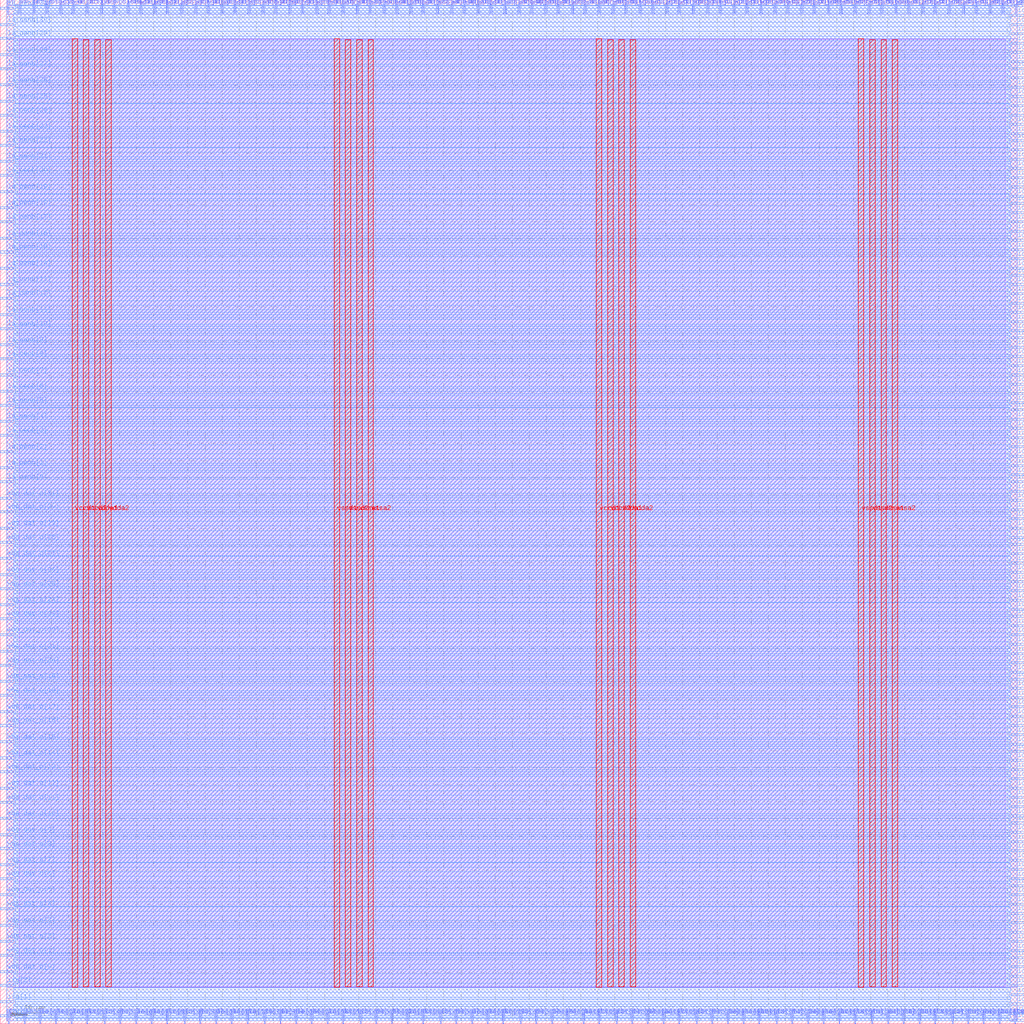
<source format=lef>
VERSION 5.7 ;
  NOWIREEXTENSIONATPIN ON ;
  DIVIDERCHAR "/" ;
  BUSBITCHARS "[]" ;
MACRO wrapped_rgb_mixer
  CLASS BLOCK ;
  FOREIGN wrapped_rgb_mixer ;
  ORIGIN 0.000 0.000 ;
  SIZE 300.000 BY 300.000 ;
  PIN active
    DIRECTION INPUT ;
    USE SIGNAL ;
    PORT
      LAYER met2 ;
        RECT 25.390 296.000 25.670 300.000 ;
    END
  END active
  PIN io_in[0]
    DIRECTION INPUT ;
    USE SIGNAL ;
    PORT
      LAYER met3 ;
        RECT 296.000 0.720 300.000 1.320 ;
    END
  END io_in[0]
  PIN io_in[10]
    DIRECTION INPUT ;
    USE SIGNAL ;
    PORT
      LAYER met3 ;
        RECT 296.000 79.600 300.000 80.200 ;
    END
  END io_in[10]
  PIN io_in[11]
    DIRECTION INPUT ;
    USE SIGNAL ;
    PORT
      LAYER met3 ;
        RECT 296.000 87.080 300.000 87.680 ;
    END
  END io_in[11]
  PIN io_in[12]
    DIRECTION INPUT ;
    USE SIGNAL ;
    PORT
      LAYER met3 ;
        RECT 296.000 95.240 300.000 95.840 ;
    END
  END io_in[12]
  PIN io_in[13]
    DIRECTION INPUT ;
    USE SIGNAL ;
    PORT
      LAYER met3 ;
        RECT 296.000 102.720 300.000 103.320 ;
    END
  END io_in[13]
  PIN io_in[14]
    DIRECTION INPUT ;
    USE SIGNAL ;
    PORT
      LAYER met3 ;
        RECT 296.000 110.880 300.000 111.480 ;
    END
  END io_in[14]
  PIN io_in[15]
    DIRECTION INPUT ;
    USE SIGNAL ;
    PORT
      LAYER met3 ;
        RECT 296.000 119.040 300.000 119.640 ;
    END
  END io_in[15]
  PIN io_in[16]
    DIRECTION INPUT ;
    USE SIGNAL ;
    PORT
      LAYER met3 ;
        RECT 296.000 126.520 300.000 127.120 ;
    END
  END io_in[16]
  PIN io_in[17]
    DIRECTION INPUT ;
    USE SIGNAL ;
    PORT
      LAYER met3 ;
        RECT 296.000 134.680 300.000 135.280 ;
    END
  END io_in[17]
  PIN io_in[18]
    DIRECTION INPUT ;
    USE SIGNAL ;
    PORT
      LAYER met3 ;
        RECT 296.000 142.160 300.000 142.760 ;
    END
  END io_in[18]
  PIN io_in[19]
    DIRECTION INPUT ;
    USE SIGNAL ;
    PORT
      LAYER met3 ;
        RECT 296.000 150.320 300.000 150.920 ;
    END
  END io_in[19]
  PIN io_in[1]
    DIRECTION INPUT ;
    USE SIGNAL ;
    PORT
      LAYER met3 ;
        RECT 296.000 8.200 300.000 8.800 ;
    END
  END io_in[1]
  PIN io_in[20]
    DIRECTION INPUT ;
    USE SIGNAL ;
    PORT
      LAYER met3 ;
        RECT 296.000 158.480 300.000 159.080 ;
    END
  END io_in[20]
  PIN io_in[21]
    DIRECTION INPUT ;
    USE SIGNAL ;
    PORT
      LAYER met3 ;
        RECT 296.000 165.960 300.000 166.560 ;
    END
  END io_in[21]
  PIN io_in[22]
    DIRECTION INPUT ;
    USE SIGNAL ;
    PORT
      LAYER met3 ;
        RECT 296.000 174.120 300.000 174.720 ;
    END
  END io_in[22]
  PIN io_in[23]
    DIRECTION INPUT ;
    USE SIGNAL ;
    PORT
      LAYER met3 ;
        RECT 296.000 181.600 300.000 182.200 ;
    END
  END io_in[23]
  PIN io_in[24]
    DIRECTION INPUT ;
    USE SIGNAL ;
    PORT
      LAYER met3 ;
        RECT 296.000 189.760 300.000 190.360 ;
    END
  END io_in[24]
  PIN io_in[25]
    DIRECTION INPUT ;
    USE SIGNAL ;
    PORT
      LAYER met3 ;
        RECT 296.000 197.920 300.000 198.520 ;
    END
  END io_in[25]
  PIN io_in[26]
    DIRECTION INPUT ;
    USE SIGNAL ;
    PORT
      LAYER met3 ;
        RECT 296.000 205.400 300.000 206.000 ;
    END
  END io_in[26]
  PIN io_in[27]
    DIRECTION INPUT ;
    USE SIGNAL ;
    PORT
      LAYER met3 ;
        RECT 296.000 213.560 300.000 214.160 ;
    END
  END io_in[27]
  PIN io_in[28]
    DIRECTION INPUT ;
    USE SIGNAL ;
    PORT
      LAYER met3 ;
        RECT 296.000 221.040 300.000 221.640 ;
    END
  END io_in[28]
  PIN io_in[29]
    DIRECTION INPUT ;
    USE SIGNAL ;
    PORT
      LAYER met3 ;
        RECT 296.000 229.200 300.000 229.800 ;
    END
  END io_in[29]
  PIN io_in[2]
    DIRECTION INPUT ;
    USE SIGNAL ;
    PORT
      LAYER met3 ;
        RECT 296.000 16.360 300.000 16.960 ;
    END
  END io_in[2]
  PIN io_in[30]
    DIRECTION INPUT ;
    USE SIGNAL ;
    PORT
      LAYER met3 ;
        RECT 296.000 237.360 300.000 237.960 ;
    END
  END io_in[30]
  PIN io_in[31]
    DIRECTION INPUT ;
    USE SIGNAL ;
    PORT
      LAYER met3 ;
        RECT 296.000 244.840 300.000 245.440 ;
    END
  END io_in[31]
  PIN io_in[32]
    DIRECTION INPUT ;
    USE SIGNAL ;
    PORT
      LAYER met3 ;
        RECT 296.000 253.000 300.000 253.600 ;
    END
  END io_in[32]
  PIN io_in[33]
    DIRECTION INPUT ;
    USE SIGNAL ;
    PORT
      LAYER met3 ;
        RECT 296.000 260.480 300.000 261.080 ;
    END
  END io_in[33]
  PIN io_in[34]
    DIRECTION INPUT ;
    USE SIGNAL ;
    PORT
      LAYER met3 ;
        RECT 296.000 268.640 300.000 269.240 ;
    END
  END io_in[34]
  PIN io_in[35]
    DIRECTION INPUT ;
    USE SIGNAL ;
    PORT
      LAYER met3 ;
        RECT 296.000 276.800 300.000 277.400 ;
    END
  END io_in[35]
  PIN io_in[36]
    DIRECTION INPUT ;
    USE SIGNAL ;
    PORT
      LAYER met3 ;
        RECT 296.000 284.280 300.000 284.880 ;
    END
  END io_in[36]
  PIN io_in[37]
    DIRECTION INPUT ;
    USE SIGNAL ;
    PORT
      LAYER met3 ;
        RECT 296.000 292.440 300.000 293.040 ;
    END
  END io_in[37]
  PIN io_in[3]
    DIRECTION INPUT ;
    USE SIGNAL ;
    PORT
      LAYER met3 ;
        RECT 296.000 23.840 300.000 24.440 ;
    END
  END io_in[3]
  PIN io_in[4]
    DIRECTION INPUT ;
    USE SIGNAL ;
    PORT
      LAYER met3 ;
        RECT 296.000 32.000 300.000 32.600 ;
    END
  END io_in[4]
  PIN io_in[5]
    DIRECTION INPUT ;
    USE SIGNAL ;
    PORT
      LAYER met3 ;
        RECT 296.000 40.160 300.000 40.760 ;
    END
  END io_in[5]
  PIN io_in[6]
    DIRECTION INPUT ;
    USE SIGNAL ;
    PORT
      LAYER met3 ;
        RECT 296.000 47.640 300.000 48.240 ;
    END
  END io_in[6]
  PIN io_in[7]
    DIRECTION INPUT ;
    USE SIGNAL ;
    PORT
      LAYER met3 ;
        RECT 296.000 55.800 300.000 56.400 ;
    END
  END io_in[7]
  PIN io_in[8]
    DIRECTION INPUT ;
    USE SIGNAL ;
    PORT
      LAYER met3 ;
        RECT 296.000 63.280 300.000 63.880 ;
    END
  END io_in[8]
  PIN io_in[9]
    DIRECTION INPUT ;
    USE SIGNAL ;
    PORT
      LAYER met3 ;
        RECT 296.000 71.440 300.000 72.040 ;
    END
  END io_in[9]
  PIN io_oeb[0]
    DIRECTION OUTPUT TRISTATE ;
    USE SIGNAL ;
    PORT
      LAYER met3 ;
        RECT 296.000 5.480 300.000 6.080 ;
    END
  END io_oeb[0]
  PIN io_oeb[10]
    DIRECTION OUTPUT TRISTATE ;
    USE SIGNAL ;
    PORT
      LAYER met3 ;
        RECT 296.000 84.360 300.000 84.960 ;
    END
  END io_oeb[10]
  PIN io_oeb[11]
    DIRECTION OUTPUT TRISTATE ;
    USE SIGNAL ;
    PORT
      LAYER met3 ;
        RECT 296.000 92.520 300.000 93.120 ;
    END
  END io_oeb[11]
  PIN io_oeb[12]
    DIRECTION OUTPUT TRISTATE ;
    USE SIGNAL ;
    PORT
      LAYER met3 ;
        RECT 296.000 100.680 300.000 101.280 ;
    END
  END io_oeb[12]
  PIN io_oeb[13]
    DIRECTION OUTPUT TRISTATE ;
    USE SIGNAL ;
    PORT
      LAYER met3 ;
        RECT 296.000 108.160 300.000 108.760 ;
    END
  END io_oeb[13]
  PIN io_oeb[14]
    DIRECTION OUTPUT TRISTATE ;
    USE SIGNAL ;
    PORT
      LAYER met3 ;
        RECT 296.000 116.320 300.000 116.920 ;
    END
  END io_oeb[14]
  PIN io_oeb[15]
    DIRECTION OUTPUT TRISTATE ;
    USE SIGNAL ;
    PORT
      LAYER met3 ;
        RECT 296.000 123.800 300.000 124.400 ;
    END
  END io_oeb[15]
  PIN io_oeb[16]
    DIRECTION OUTPUT TRISTATE ;
    USE SIGNAL ;
    PORT
      LAYER met3 ;
        RECT 296.000 131.960 300.000 132.560 ;
    END
  END io_oeb[16]
  PIN io_oeb[17]
    DIRECTION OUTPUT TRISTATE ;
    USE SIGNAL ;
    PORT
      LAYER met3 ;
        RECT 296.000 140.120 300.000 140.720 ;
    END
  END io_oeb[17]
  PIN io_oeb[18]
    DIRECTION OUTPUT TRISTATE ;
    USE SIGNAL ;
    PORT
      LAYER met3 ;
        RECT 296.000 147.600 300.000 148.200 ;
    END
  END io_oeb[18]
  PIN io_oeb[19]
    DIRECTION OUTPUT TRISTATE ;
    USE SIGNAL ;
    PORT
      LAYER met3 ;
        RECT 296.000 155.760 300.000 156.360 ;
    END
  END io_oeb[19]
  PIN io_oeb[1]
    DIRECTION OUTPUT TRISTATE ;
    USE SIGNAL ;
    PORT
      LAYER met3 ;
        RECT 296.000 13.640 300.000 14.240 ;
    END
  END io_oeb[1]
  PIN io_oeb[20]
    DIRECTION OUTPUT TRISTATE ;
    USE SIGNAL ;
    PORT
      LAYER met3 ;
        RECT 296.000 163.240 300.000 163.840 ;
    END
  END io_oeb[20]
  PIN io_oeb[21]
    DIRECTION OUTPUT TRISTATE ;
    USE SIGNAL ;
    PORT
      LAYER met3 ;
        RECT 296.000 171.400 300.000 172.000 ;
    END
  END io_oeb[21]
  PIN io_oeb[22]
    DIRECTION OUTPUT TRISTATE ;
    USE SIGNAL ;
    PORT
      LAYER met3 ;
        RECT 296.000 179.560 300.000 180.160 ;
    END
  END io_oeb[22]
  PIN io_oeb[23]
    DIRECTION OUTPUT TRISTATE ;
    USE SIGNAL ;
    PORT
      LAYER met3 ;
        RECT 296.000 187.040 300.000 187.640 ;
    END
  END io_oeb[23]
  PIN io_oeb[24]
    DIRECTION OUTPUT TRISTATE ;
    USE SIGNAL ;
    PORT
      LAYER met3 ;
        RECT 296.000 195.200 300.000 195.800 ;
    END
  END io_oeb[24]
  PIN io_oeb[25]
    DIRECTION OUTPUT TRISTATE ;
    USE SIGNAL ;
    PORT
      LAYER met3 ;
        RECT 296.000 202.680 300.000 203.280 ;
    END
  END io_oeb[25]
  PIN io_oeb[26]
    DIRECTION OUTPUT TRISTATE ;
    USE SIGNAL ;
    PORT
      LAYER met3 ;
        RECT 296.000 210.840 300.000 211.440 ;
    END
  END io_oeb[26]
  PIN io_oeb[27]
    DIRECTION OUTPUT TRISTATE ;
    USE SIGNAL ;
    PORT
      LAYER met3 ;
        RECT 296.000 219.000 300.000 219.600 ;
    END
  END io_oeb[27]
  PIN io_oeb[28]
    DIRECTION OUTPUT TRISTATE ;
    USE SIGNAL ;
    PORT
      LAYER met3 ;
        RECT 296.000 226.480 300.000 227.080 ;
    END
  END io_oeb[28]
  PIN io_oeb[29]
    DIRECTION OUTPUT TRISTATE ;
    USE SIGNAL ;
    PORT
      LAYER met3 ;
        RECT 296.000 234.640 300.000 235.240 ;
    END
  END io_oeb[29]
  PIN io_oeb[2]
    DIRECTION OUTPUT TRISTATE ;
    USE SIGNAL ;
    PORT
      LAYER met3 ;
        RECT 296.000 21.120 300.000 21.720 ;
    END
  END io_oeb[2]
  PIN io_oeb[30]
    DIRECTION OUTPUT TRISTATE ;
    USE SIGNAL ;
    PORT
      LAYER met3 ;
        RECT 296.000 242.120 300.000 242.720 ;
    END
  END io_oeb[30]
  PIN io_oeb[31]
    DIRECTION OUTPUT TRISTATE ;
    USE SIGNAL ;
    PORT
      LAYER met3 ;
        RECT 296.000 250.280 300.000 250.880 ;
    END
  END io_oeb[31]
  PIN io_oeb[32]
    DIRECTION OUTPUT TRISTATE ;
    USE SIGNAL ;
    PORT
      LAYER met3 ;
        RECT 296.000 258.440 300.000 259.040 ;
    END
  END io_oeb[32]
  PIN io_oeb[33]
    DIRECTION OUTPUT TRISTATE ;
    USE SIGNAL ;
    PORT
      LAYER met3 ;
        RECT 296.000 265.920 300.000 266.520 ;
    END
  END io_oeb[33]
  PIN io_oeb[34]
    DIRECTION OUTPUT TRISTATE ;
    USE SIGNAL ;
    PORT
      LAYER met3 ;
        RECT 296.000 274.080 300.000 274.680 ;
    END
  END io_oeb[34]
  PIN io_oeb[35]
    DIRECTION OUTPUT TRISTATE ;
    USE SIGNAL ;
    PORT
      LAYER met3 ;
        RECT 296.000 281.560 300.000 282.160 ;
    END
  END io_oeb[35]
  PIN io_oeb[36]
    DIRECTION OUTPUT TRISTATE ;
    USE SIGNAL ;
    PORT
      LAYER met3 ;
        RECT 296.000 289.720 300.000 290.320 ;
    END
  END io_oeb[36]
  PIN io_oeb[37]
    DIRECTION OUTPUT TRISTATE ;
    USE SIGNAL ;
    PORT
      LAYER met3 ;
        RECT 296.000 297.880 300.000 298.480 ;
    END
  END io_oeb[37]
  PIN io_oeb[3]
    DIRECTION OUTPUT TRISTATE ;
    USE SIGNAL ;
    PORT
      LAYER met3 ;
        RECT 296.000 29.280 300.000 29.880 ;
    END
  END io_oeb[3]
  PIN io_oeb[4]
    DIRECTION OUTPUT TRISTATE ;
    USE SIGNAL ;
    PORT
      LAYER met3 ;
        RECT 296.000 37.440 300.000 38.040 ;
    END
  END io_oeb[4]
  PIN io_oeb[5]
    DIRECTION OUTPUT TRISTATE ;
    USE SIGNAL ;
    PORT
      LAYER met3 ;
        RECT 296.000 44.920 300.000 45.520 ;
    END
  END io_oeb[5]
  PIN io_oeb[6]
    DIRECTION OUTPUT TRISTATE ;
    USE SIGNAL ;
    PORT
      LAYER met3 ;
        RECT 296.000 53.080 300.000 53.680 ;
    END
  END io_oeb[6]
  PIN io_oeb[7]
    DIRECTION OUTPUT TRISTATE ;
    USE SIGNAL ;
    PORT
      LAYER met3 ;
        RECT 296.000 60.560 300.000 61.160 ;
    END
  END io_oeb[7]
  PIN io_oeb[8]
    DIRECTION OUTPUT TRISTATE ;
    USE SIGNAL ;
    PORT
      LAYER met3 ;
        RECT 296.000 68.720 300.000 69.320 ;
    END
  END io_oeb[8]
  PIN io_oeb[9]
    DIRECTION OUTPUT TRISTATE ;
    USE SIGNAL ;
    PORT
      LAYER met3 ;
        RECT 296.000 76.880 300.000 77.480 ;
    END
  END io_oeb[9]
  PIN io_out[0]
    DIRECTION OUTPUT TRISTATE ;
    USE SIGNAL ;
    PORT
      LAYER met3 ;
        RECT 296.000 2.760 300.000 3.360 ;
    END
  END io_out[0]
  PIN io_out[10]
    DIRECTION OUTPUT TRISTATE ;
    USE SIGNAL ;
    PORT
      LAYER met3 ;
        RECT 296.000 81.640 300.000 82.240 ;
    END
  END io_out[10]
  PIN io_out[11]
    DIRECTION OUTPUT TRISTATE ;
    USE SIGNAL ;
    PORT
      LAYER met3 ;
        RECT 296.000 89.800 300.000 90.400 ;
    END
  END io_out[11]
  PIN io_out[12]
    DIRECTION OUTPUT TRISTATE ;
    USE SIGNAL ;
    PORT
      LAYER met3 ;
        RECT 296.000 97.960 300.000 98.560 ;
    END
  END io_out[12]
  PIN io_out[13]
    DIRECTION OUTPUT TRISTATE ;
    USE SIGNAL ;
    PORT
      LAYER met3 ;
        RECT 296.000 105.440 300.000 106.040 ;
    END
  END io_out[13]
  PIN io_out[14]
    DIRECTION OUTPUT TRISTATE ;
    USE SIGNAL ;
    PORT
      LAYER met3 ;
        RECT 296.000 113.600 300.000 114.200 ;
    END
  END io_out[14]
  PIN io_out[15]
    DIRECTION OUTPUT TRISTATE ;
    USE SIGNAL ;
    PORT
      LAYER met3 ;
        RECT 296.000 121.080 300.000 121.680 ;
    END
  END io_out[15]
  PIN io_out[16]
    DIRECTION OUTPUT TRISTATE ;
    USE SIGNAL ;
    PORT
      LAYER met3 ;
        RECT 296.000 129.240 300.000 129.840 ;
    END
  END io_out[16]
  PIN io_out[17]
    DIRECTION OUTPUT TRISTATE ;
    USE SIGNAL ;
    PORT
      LAYER met3 ;
        RECT 296.000 137.400 300.000 138.000 ;
    END
  END io_out[17]
  PIN io_out[18]
    DIRECTION OUTPUT TRISTATE ;
    USE SIGNAL ;
    PORT
      LAYER met3 ;
        RECT 296.000 144.880 300.000 145.480 ;
    END
  END io_out[18]
  PIN io_out[19]
    DIRECTION OUTPUT TRISTATE ;
    USE SIGNAL ;
    PORT
      LAYER met3 ;
        RECT 296.000 153.040 300.000 153.640 ;
    END
  END io_out[19]
  PIN io_out[1]
    DIRECTION OUTPUT TRISTATE ;
    USE SIGNAL ;
    PORT
      LAYER met3 ;
        RECT 296.000 10.920 300.000 11.520 ;
    END
  END io_out[1]
  PIN io_out[20]
    DIRECTION OUTPUT TRISTATE ;
    USE SIGNAL ;
    PORT
      LAYER met3 ;
        RECT 296.000 160.520 300.000 161.120 ;
    END
  END io_out[20]
  PIN io_out[21]
    DIRECTION OUTPUT TRISTATE ;
    USE SIGNAL ;
    PORT
      LAYER met3 ;
        RECT 296.000 168.680 300.000 169.280 ;
    END
  END io_out[21]
  PIN io_out[22]
    DIRECTION OUTPUT TRISTATE ;
    USE SIGNAL ;
    PORT
      LAYER met3 ;
        RECT 296.000 176.840 300.000 177.440 ;
    END
  END io_out[22]
  PIN io_out[23]
    DIRECTION OUTPUT TRISTATE ;
    USE SIGNAL ;
    PORT
      LAYER met3 ;
        RECT 296.000 184.320 300.000 184.920 ;
    END
  END io_out[23]
  PIN io_out[24]
    DIRECTION OUTPUT TRISTATE ;
    USE SIGNAL ;
    PORT
      LAYER met3 ;
        RECT 296.000 192.480 300.000 193.080 ;
    END
  END io_out[24]
  PIN io_out[25]
    DIRECTION OUTPUT TRISTATE ;
    USE SIGNAL ;
    PORT
      LAYER met3 ;
        RECT 296.000 200.640 300.000 201.240 ;
    END
  END io_out[25]
  PIN io_out[26]
    DIRECTION OUTPUT TRISTATE ;
    USE SIGNAL ;
    PORT
      LAYER met3 ;
        RECT 296.000 208.120 300.000 208.720 ;
    END
  END io_out[26]
  PIN io_out[27]
    DIRECTION OUTPUT TRISTATE ;
    USE SIGNAL ;
    PORT
      LAYER met3 ;
        RECT 296.000 216.280 300.000 216.880 ;
    END
  END io_out[27]
  PIN io_out[28]
    DIRECTION OUTPUT TRISTATE ;
    USE SIGNAL ;
    PORT
      LAYER met3 ;
        RECT 296.000 223.760 300.000 224.360 ;
    END
  END io_out[28]
  PIN io_out[29]
    DIRECTION OUTPUT TRISTATE ;
    USE SIGNAL ;
    PORT
      LAYER met3 ;
        RECT 296.000 231.920 300.000 232.520 ;
    END
  END io_out[29]
  PIN io_out[2]
    DIRECTION OUTPUT TRISTATE ;
    USE SIGNAL ;
    PORT
      LAYER met3 ;
        RECT 296.000 19.080 300.000 19.680 ;
    END
  END io_out[2]
  PIN io_out[30]
    DIRECTION OUTPUT TRISTATE ;
    USE SIGNAL ;
    PORT
      LAYER met3 ;
        RECT 296.000 240.080 300.000 240.680 ;
    END
  END io_out[30]
  PIN io_out[31]
    DIRECTION OUTPUT TRISTATE ;
    USE SIGNAL ;
    PORT
      LAYER met3 ;
        RECT 296.000 247.560 300.000 248.160 ;
    END
  END io_out[31]
  PIN io_out[32]
    DIRECTION OUTPUT TRISTATE ;
    USE SIGNAL ;
    PORT
      LAYER met3 ;
        RECT 296.000 255.720 300.000 256.320 ;
    END
  END io_out[32]
  PIN io_out[33]
    DIRECTION OUTPUT TRISTATE ;
    USE SIGNAL ;
    PORT
      LAYER met3 ;
        RECT 296.000 263.200 300.000 263.800 ;
    END
  END io_out[33]
  PIN io_out[34]
    DIRECTION OUTPUT TRISTATE ;
    USE SIGNAL ;
    PORT
      LAYER met3 ;
        RECT 296.000 271.360 300.000 271.960 ;
    END
  END io_out[34]
  PIN io_out[35]
    DIRECTION OUTPUT TRISTATE ;
    USE SIGNAL ;
    PORT
      LAYER met3 ;
        RECT 296.000 279.520 300.000 280.120 ;
    END
  END io_out[35]
  PIN io_out[36]
    DIRECTION OUTPUT TRISTATE ;
    USE SIGNAL ;
    PORT
      LAYER met3 ;
        RECT 296.000 287.000 300.000 287.600 ;
    END
  END io_out[36]
  PIN io_out[37]
    DIRECTION OUTPUT TRISTATE ;
    USE SIGNAL ;
    PORT
      LAYER met3 ;
        RECT 296.000 295.160 300.000 295.760 ;
    END
  END io_out[37]
  PIN io_out[3]
    DIRECTION OUTPUT TRISTATE ;
    USE SIGNAL ;
    PORT
      LAYER met3 ;
        RECT 296.000 26.560 300.000 27.160 ;
    END
  END io_out[3]
  PIN io_out[4]
    DIRECTION OUTPUT TRISTATE ;
    USE SIGNAL ;
    PORT
      LAYER met3 ;
        RECT 296.000 34.720 300.000 35.320 ;
    END
  END io_out[4]
  PIN io_out[5]
    DIRECTION OUTPUT TRISTATE ;
    USE SIGNAL ;
    PORT
      LAYER met3 ;
        RECT 296.000 42.200 300.000 42.800 ;
    END
  END io_out[5]
  PIN io_out[6]
    DIRECTION OUTPUT TRISTATE ;
    USE SIGNAL ;
    PORT
      LAYER met3 ;
        RECT 296.000 50.360 300.000 50.960 ;
    END
  END io_out[6]
  PIN io_out[7]
    DIRECTION OUTPUT TRISTATE ;
    USE SIGNAL ;
    PORT
      LAYER met3 ;
        RECT 296.000 58.520 300.000 59.120 ;
    END
  END io_out[7]
  PIN io_out[8]
    DIRECTION OUTPUT TRISTATE ;
    USE SIGNAL ;
    PORT
      LAYER met3 ;
        RECT 296.000 66.000 300.000 66.600 ;
    END
  END io_out[8]
  PIN io_out[9]
    DIRECTION OUTPUT TRISTATE ;
    USE SIGNAL ;
    PORT
      LAYER met3 ;
        RECT 296.000 74.160 300.000 74.760 ;
    END
  END io_out[9]
  PIN irq[0]
    DIRECTION OUTPUT TRISTATE ;
    USE SIGNAL ;
    PORT
      LAYER met3 ;
        RECT 0.000 2.080 4.000 2.680 ;
    END
  END irq[0]
  PIN irq[1]
    DIRECTION OUTPUT TRISTATE ;
    USE SIGNAL ;
    PORT
      LAYER met3 ;
        RECT 0.000 6.160 4.000 6.760 ;
    END
  END irq[1]
  PIN irq[2]
    DIRECTION OUTPUT TRISTATE ;
    USE SIGNAL ;
    PORT
      LAYER met3 ;
        RECT 0.000 10.920 4.000 11.520 ;
    END
  END irq[2]
  PIN la_data_in[0]
    DIRECTION INPUT ;
    USE SIGNAL ;
    PORT
      LAYER met2 ;
        RECT 2.390 0.000 2.670 4.000 ;
    END
  END la_data_in[0]
  PIN la_data_in[10]
    DIRECTION INPUT ;
    USE SIGNAL ;
    PORT
      LAYER met2 ;
        RECT 48.850 0.000 49.130 4.000 ;
    END
  END la_data_in[10]
  PIN la_data_in[11]
    DIRECTION INPUT ;
    USE SIGNAL ;
    PORT
      LAYER met2 ;
        RECT 53.910 0.000 54.190 4.000 ;
    END
  END la_data_in[11]
  PIN la_data_in[12]
    DIRECTION INPUT ;
    USE SIGNAL ;
    PORT
      LAYER met2 ;
        RECT 58.510 0.000 58.790 4.000 ;
    END
  END la_data_in[12]
  PIN la_data_in[13]
    DIRECTION INPUT ;
    USE SIGNAL ;
    PORT
      LAYER met2 ;
        RECT 63.110 0.000 63.390 4.000 ;
    END
  END la_data_in[13]
  PIN la_data_in[14]
    DIRECTION INPUT ;
    USE SIGNAL ;
    PORT
      LAYER met2 ;
        RECT 67.710 0.000 67.990 4.000 ;
    END
  END la_data_in[14]
  PIN la_data_in[15]
    DIRECTION INPUT ;
    USE SIGNAL ;
    PORT
      LAYER met2 ;
        RECT 72.310 0.000 72.590 4.000 ;
    END
  END la_data_in[15]
  PIN la_data_in[16]
    DIRECTION INPUT ;
    USE SIGNAL ;
    PORT
      LAYER met2 ;
        RECT 77.370 0.000 77.650 4.000 ;
    END
  END la_data_in[16]
  PIN la_data_in[17]
    DIRECTION INPUT ;
    USE SIGNAL ;
    PORT
      LAYER met2 ;
        RECT 81.970 0.000 82.250 4.000 ;
    END
  END la_data_in[17]
  PIN la_data_in[18]
    DIRECTION INPUT ;
    USE SIGNAL ;
    PORT
      LAYER met2 ;
        RECT 86.570 0.000 86.850 4.000 ;
    END
  END la_data_in[18]
  PIN la_data_in[19]
    DIRECTION INPUT ;
    USE SIGNAL ;
    PORT
      LAYER met2 ;
        RECT 91.170 0.000 91.450 4.000 ;
    END
  END la_data_in[19]
  PIN la_data_in[1]
    DIRECTION INPUT ;
    USE SIGNAL ;
    PORT
      LAYER met2 ;
        RECT 6.990 0.000 7.270 4.000 ;
    END
  END la_data_in[1]
  PIN la_data_in[20]
    DIRECTION INPUT ;
    USE SIGNAL ;
    PORT
      LAYER met2 ;
        RECT 95.770 0.000 96.050 4.000 ;
    END
  END la_data_in[20]
  PIN la_data_in[21]
    DIRECTION INPUT ;
    USE SIGNAL ;
    PORT
      LAYER met2 ;
        RECT 100.370 0.000 100.650 4.000 ;
    END
  END la_data_in[21]
  PIN la_data_in[22]
    DIRECTION INPUT ;
    USE SIGNAL ;
    PORT
      LAYER met2 ;
        RECT 105.430 0.000 105.710 4.000 ;
    END
  END la_data_in[22]
  PIN la_data_in[23]
    DIRECTION INPUT ;
    USE SIGNAL ;
    PORT
      LAYER met2 ;
        RECT 110.030 0.000 110.310 4.000 ;
    END
  END la_data_in[23]
  PIN la_data_in[24]
    DIRECTION INPUT ;
    USE SIGNAL ;
    PORT
      LAYER met2 ;
        RECT 114.630 0.000 114.910 4.000 ;
    END
  END la_data_in[24]
  PIN la_data_in[25]
    DIRECTION INPUT ;
    USE SIGNAL ;
    PORT
      LAYER met2 ;
        RECT 119.230 0.000 119.510 4.000 ;
    END
  END la_data_in[25]
  PIN la_data_in[26]
    DIRECTION INPUT ;
    USE SIGNAL ;
    PORT
      LAYER met2 ;
        RECT 123.830 0.000 124.110 4.000 ;
    END
  END la_data_in[26]
  PIN la_data_in[27]
    DIRECTION INPUT ;
    USE SIGNAL ;
    PORT
      LAYER met2 ;
        RECT 128.890 0.000 129.170 4.000 ;
    END
  END la_data_in[27]
  PIN la_data_in[28]
    DIRECTION INPUT ;
    USE SIGNAL ;
    PORT
      LAYER met2 ;
        RECT 133.490 0.000 133.770 4.000 ;
    END
  END la_data_in[28]
  PIN la_data_in[29]
    DIRECTION INPUT ;
    USE SIGNAL ;
    PORT
      LAYER met2 ;
        RECT 138.090 0.000 138.370 4.000 ;
    END
  END la_data_in[29]
  PIN la_data_in[2]
    DIRECTION INPUT ;
    USE SIGNAL ;
    PORT
      LAYER met2 ;
        RECT 11.590 0.000 11.870 4.000 ;
    END
  END la_data_in[2]
  PIN la_data_in[30]
    DIRECTION INPUT ;
    USE SIGNAL ;
    PORT
      LAYER met2 ;
        RECT 142.690 0.000 142.970 4.000 ;
    END
  END la_data_in[30]
  PIN la_data_in[31]
    DIRECTION INPUT ;
    USE SIGNAL ;
    PORT
      LAYER met2 ;
        RECT 147.290 0.000 147.570 4.000 ;
    END
  END la_data_in[31]
  PIN la_data_in[3]
    DIRECTION INPUT ;
    USE SIGNAL ;
    PORT
      LAYER met2 ;
        RECT 16.190 0.000 16.470 4.000 ;
    END
  END la_data_in[3]
  PIN la_data_in[4]
    DIRECTION INPUT ;
    USE SIGNAL ;
    PORT
      LAYER met2 ;
        RECT 20.790 0.000 21.070 4.000 ;
    END
  END la_data_in[4]
  PIN la_data_in[5]
    DIRECTION INPUT ;
    USE SIGNAL ;
    PORT
      LAYER met2 ;
        RECT 25.390 0.000 25.670 4.000 ;
    END
  END la_data_in[5]
  PIN la_data_in[6]
    DIRECTION INPUT ;
    USE SIGNAL ;
    PORT
      LAYER met2 ;
        RECT 30.450 0.000 30.730 4.000 ;
    END
  END la_data_in[6]
  PIN la_data_in[7]
    DIRECTION INPUT ;
    USE SIGNAL ;
    PORT
      LAYER met2 ;
        RECT 35.050 0.000 35.330 4.000 ;
    END
  END la_data_in[7]
  PIN la_data_in[8]
    DIRECTION INPUT ;
    USE SIGNAL ;
    PORT
      LAYER met2 ;
        RECT 39.650 0.000 39.930 4.000 ;
    END
  END la_data_in[8]
  PIN la_data_in[9]
    DIRECTION INPUT ;
    USE SIGNAL ;
    PORT
      LAYER met2 ;
        RECT 44.250 0.000 44.530 4.000 ;
    END
  END la_data_in[9]
  PIN la_data_out[0]
    DIRECTION OUTPUT TRISTATE ;
    USE SIGNAL ;
    PORT
      LAYER met2 ;
        RECT 152.350 0.000 152.630 4.000 ;
    END
  END la_data_out[0]
  PIN la_data_out[10]
    DIRECTION OUTPUT TRISTATE ;
    USE SIGNAL ;
    PORT
      LAYER met2 ;
        RECT 198.810 0.000 199.090 4.000 ;
    END
  END la_data_out[10]
  PIN la_data_out[11]
    DIRECTION OUTPUT TRISTATE ;
    USE SIGNAL ;
    PORT
      LAYER met2 ;
        RECT 203.870 0.000 204.150 4.000 ;
    END
  END la_data_out[11]
  PIN la_data_out[12]
    DIRECTION OUTPUT TRISTATE ;
    USE SIGNAL ;
    PORT
      LAYER met2 ;
        RECT 208.470 0.000 208.750 4.000 ;
    END
  END la_data_out[12]
  PIN la_data_out[13]
    DIRECTION OUTPUT TRISTATE ;
    USE SIGNAL ;
    PORT
      LAYER met2 ;
        RECT 213.070 0.000 213.350 4.000 ;
    END
  END la_data_out[13]
  PIN la_data_out[14]
    DIRECTION OUTPUT TRISTATE ;
    USE SIGNAL ;
    PORT
      LAYER met2 ;
        RECT 217.670 0.000 217.950 4.000 ;
    END
  END la_data_out[14]
  PIN la_data_out[15]
    DIRECTION OUTPUT TRISTATE ;
    USE SIGNAL ;
    PORT
      LAYER met2 ;
        RECT 222.270 0.000 222.550 4.000 ;
    END
  END la_data_out[15]
  PIN la_data_out[16]
    DIRECTION OUTPUT TRISTATE ;
    USE SIGNAL ;
    PORT
      LAYER met2 ;
        RECT 227.330 0.000 227.610 4.000 ;
    END
  END la_data_out[16]
  PIN la_data_out[17]
    DIRECTION OUTPUT TRISTATE ;
    USE SIGNAL ;
    PORT
      LAYER met2 ;
        RECT 231.930 0.000 232.210 4.000 ;
    END
  END la_data_out[17]
  PIN la_data_out[18]
    DIRECTION OUTPUT TRISTATE ;
    USE SIGNAL ;
    PORT
      LAYER met2 ;
        RECT 236.530 0.000 236.810 4.000 ;
    END
  END la_data_out[18]
  PIN la_data_out[19]
    DIRECTION OUTPUT TRISTATE ;
    USE SIGNAL ;
    PORT
      LAYER met2 ;
        RECT 241.130 0.000 241.410 4.000 ;
    END
  END la_data_out[19]
  PIN la_data_out[1]
    DIRECTION OUTPUT TRISTATE ;
    USE SIGNAL ;
    PORT
      LAYER met2 ;
        RECT 156.950 0.000 157.230 4.000 ;
    END
  END la_data_out[1]
  PIN la_data_out[20]
    DIRECTION OUTPUT TRISTATE ;
    USE SIGNAL ;
    PORT
      LAYER met2 ;
        RECT 245.730 0.000 246.010 4.000 ;
    END
  END la_data_out[20]
  PIN la_data_out[21]
    DIRECTION OUTPUT TRISTATE ;
    USE SIGNAL ;
    PORT
      LAYER met2 ;
        RECT 250.330 0.000 250.610 4.000 ;
    END
  END la_data_out[21]
  PIN la_data_out[22]
    DIRECTION OUTPUT TRISTATE ;
    USE SIGNAL ;
    PORT
      LAYER met2 ;
        RECT 255.390 0.000 255.670 4.000 ;
    END
  END la_data_out[22]
  PIN la_data_out[23]
    DIRECTION OUTPUT TRISTATE ;
    USE SIGNAL ;
    PORT
      LAYER met2 ;
        RECT 259.990 0.000 260.270 4.000 ;
    END
  END la_data_out[23]
  PIN la_data_out[24]
    DIRECTION OUTPUT TRISTATE ;
    USE SIGNAL ;
    PORT
      LAYER met2 ;
        RECT 264.590 0.000 264.870 4.000 ;
    END
  END la_data_out[24]
  PIN la_data_out[25]
    DIRECTION OUTPUT TRISTATE ;
    USE SIGNAL ;
    PORT
      LAYER met2 ;
        RECT 269.190 0.000 269.470 4.000 ;
    END
  END la_data_out[25]
  PIN la_data_out[26]
    DIRECTION OUTPUT TRISTATE ;
    USE SIGNAL ;
    PORT
      LAYER met2 ;
        RECT 273.790 0.000 274.070 4.000 ;
    END
  END la_data_out[26]
  PIN la_data_out[27]
    DIRECTION OUTPUT TRISTATE ;
    USE SIGNAL ;
    PORT
      LAYER met2 ;
        RECT 278.850 0.000 279.130 4.000 ;
    END
  END la_data_out[27]
  PIN la_data_out[28]
    DIRECTION OUTPUT TRISTATE ;
    USE SIGNAL ;
    PORT
      LAYER met2 ;
        RECT 283.450 0.000 283.730 4.000 ;
    END
  END la_data_out[28]
  PIN la_data_out[29]
    DIRECTION OUTPUT TRISTATE ;
    USE SIGNAL ;
    PORT
      LAYER met2 ;
        RECT 288.050 0.000 288.330 4.000 ;
    END
  END la_data_out[29]
  PIN la_data_out[2]
    DIRECTION OUTPUT TRISTATE ;
    USE SIGNAL ;
    PORT
      LAYER met2 ;
        RECT 161.550 0.000 161.830 4.000 ;
    END
  END la_data_out[2]
  PIN la_data_out[30]
    DIRECTION OUTPUT TRISTATE ;
    USE SIGNAL ;
    PORT
      LAYER met2 ;
        RECT 292.650 0.000 292.930 4.000 ;
    END
  END la_data_out[30]
  PIN la_data_out[31]
    DIRECTION OUTPUT TRISTATE ;
    USE SIGNAL ;
    PORT
      LAYER met2 ;
        RECT 297.250 0.000 297.530 4.000 ;
    END
  END la_data_out[31]
  PIN la_data_out[3]
    DIRECTION OUTPUT TRISTATE ;
    USE SIGNAL ;
    PORT
      LAYER met2 ;
        RECT 166.150 0.000 166.430 4.000 ;
    END
  END la_data_out[3]
  PIN la_data_out[4]
    DIRECTION OUTPUT TRISTATE ;
    USE SIGNAL ;
    PORT
      LAYER met2 ;
        RECT 170.750 0.000 171.030 4.000 ;
    END
  END la_data_out[4]
  PIN la_data_out[5]
    DIRECTION OUTPUT TRISTATE ;
    USE SIGNAL ;
    PORT
      LAYER met2 ;
        RECT 175.350 0.000 175.630 4.000 ;
    END
  END la_data_out[5]
  PIN la_data_out[6]
    DIRECTION OUTPUT TRISTATE ;
    USE SIGNAL ;
    PORT
      LAYER met2 ;
        RECT 180.410 0.000 180.690 4.000 ;
    END
  END la_data_out[6]
  PIN la_data_out[7]
    DIRECTION OUTPUT TRISTATE ;
    USE SIGNAL ;
    PORT
      LAYER met2 ;
        RECT 185.010 0.000 185.290 4.000 ;
    END
  END la_data_out[7]
  PIN la_data_out[8]
    DIRECTION OUTPUT TRISTATE ;
    USE SIGNAL ;
    PORT
      LAYER met2 ;
        RECT 189.610 0.000 189.890 4.000 ;
    END
  END la_data_out[8]
  PIN la_data_out[9]
    DIRECTION OUTPUT TRISTATE ;
    USE SIGNAL ;
    PORT
      LAYER met2 ;
        RECT 194.210 0.000 194.490 4.000 ;
    END
  END la_data_out[9]
  PIN la_oenb[0]
    DIRECTION INPUT ;
    USE SIGNAL ;
    PORT
      LAYER met3 ;
        RECT 0.000 158.480 4.000 159.080 ;
    END
  END la_oenb[0]
  PIN la_oenb[10]
    DIRECTION INPUT ;
    USE SIGNAL ;
    PORT
      LAYER met3 ;
        RECT 0.000 203.360 4.000 203.960 ;
    END
  END la_oenb[10]
  PIN la_oenb[11]
    DIRECTION INPUT ;
    USE SIGNAL ;
    PORT
      LAYER met3 ;
        RECT 0.000 207.440 4.000 208.040 ;
    END
  END la_oenb[11]
  PIN la_oenb[12]
    DIRECTION INPUT ;
    USE SIGNAL ;
    PORT
      LAYER met3 ;
        RECT 0.000 212.200 4.000 212.800 ;
    END
  END la_oenb[12]
  PIN la_oenb[13]
    DIRECTION INPUT ;
    USE SIGNAL ;
    PORT
      LAYER met3 ;
        RECT 0.000 216.280 4.000 216.880 ;
    END
  END la_oenb[13]
  PIN la_oenb[14]
    DIRECTION INPUT ;
    USE SIGNAL ;
    PORT
      LAYER met3 ;
        RECT 0.000 221.040 4.000 221.640 ;
    END
  END la_oenb[14]
  PIN la_oenb[15]
    DIRECTION INPUT ;
    USE SIGNAL ;
    PORT
      LAYER met3 ;
        RECT 0.000 225.800 4.000 226.400 ;
    END
  END la_oenb[15]
  PIN la_oenb[16]
    DIRECTION INPUT ;
    USE SIGNAL ;
    PORT
      LAYER met3 ;
        RECT 0.000 229.880 4.000 230.480 ;
    END
  END la_oenb[16]
  PIN la_oenb[17]
    DIRECTION INPUT ;
    USE SIGNAL ;
    PORT
      LAYER met3 ;
        RECT 0.000 234.640 4.000 235.240 ;
    END
  END la_oenb[17]
  PIN la_oenb[18]
    DIRECTION INPUT ;
    USE SIGNAL ;
    PORT
      LAYER met3 ;
        RECT 0.000 238.720 4.000 239.320 ;
    END
  END la_oenb[18]
  PIN la_oenb[19]
    DIRECTION INPUT ;
    USE SIGNAL ;
    PORT
      LAYER met3 ;
        RECT 0.000 243.480 4.000 244.080 ;
    END
  END la_oenb[19]
  PIN la_oenb[1]
    DIRECTION INPUT ;
    USE SIGNAL ;
    PORT
      LAYER met3 ;
        RECT 0.000 162.560 4.000 163.160 ;
    END
  END la_oenb[1]
  PIN la_oenb[20]
    DIRECTION INPUT ;
    USE SIGNAL ;
    PORT
      LAYER met3 ;
        RECT 0.000 248.240 4.000 248.840 ;
    END
  END la_oenb[20]
  PIN la_oenb[21]
    DIRECTION INPUT ;
    USE SIGNAL ;
    PORT
      LAYER met3 ;
        RECT 0.000 252.320 4.000 252.920 ;
    END
  END la_oenb[21]
  PIN la_oenb[22]
    DIRECTION INPUT ;
    USE SIGNAL ;
    PORT
      LAYER met3 ;
        RECT 0.000 257.080 4.000 257.680 ;
    END
  END la_oenb[22]
  PIN la_oenb[23]
    DIRECTION INPUT ;
    USE SIGNAL ;
    PORT
      LAYER met3 ;
        RECT 0.000 261.160 4.000 261.760 ;
    END
  END la_oenb[23]
  PIN la_oenb[24]
    DIRECTION INPUT ;
    USE SIGNAL ;
    PORT
      LAYER met3 ;
        RECT 0.000 265.920 4.000 266.520 ;
    END
  END la_oenb[24]
  PIN la_oenb[25]
    DIRECTION INPUT ;
    USE SIGNAL ;
    PORT
      LAYER met3 ;
        RECT 0.000 270.000 4.000 270.600 ;
    END
  END la_oenb[25]
  PIN la_oenb[26]
    DIRECTION INPUT ;
    USE SIGNAL ;
    PORT
      LAYER met3 ;
        RECT 0.000 274.760 4.000 275.360 ;
    END
  END la_oenb[26]
  PIN la_oenb[27]
    DIRECTION INPUT ;
    USE SIGNAL ;
    PORT
      LAYER met3 ;
        RECT 0.000 279.520 4.000 280.120 ;
    END
  END la_oenb[27]
  PIN la_oenb[28]
    DIRECTION INPUT ;
    USE SIGNAL ;
    PORT
      LAYER met3 ;
        RECT 0.000 283.600 4.000 284.200 ;
    END
  END la_oenb[28]
  PIN la_oenb[29]
    DIRECTION INPUT ;
    USE SIGNAL ;
    PORT
      LAYER met3 ;
        RECT 0.000 288.360 4.000 288.960 ;
    END
  END la_oenb[29]
  PIN la_oenb[2]
    DIRECTION INPUT ;
    USE SIGNAL ;
    PORT
      LAYER met3 ;
        RECT 0.000 167.320 4.000 167.920 ;
    END
  END la_oenb[2]
  PIN la_oenb[30]
    DIRECTION INPUT ;
    USE SIGNAL ;
    PORT
      LAYER met3 ;
        RECT 0.000 292.440 4.000 293.040 ;
    END
  END la_oenb[30]
  PIN la_oenb[31]
    DIRECTION INPUT ;
    USE SIGNAL ;
    PORT
      LAYER met3 ;
        RECT 0.000 297.200 4.000 297.800 ;
    END
  END la_oenb[31]
  PIN la_oenb[3]
    DIRECTION INPUT ;
    USE SIGNAL ;
    PORT
      LAYER met3 ;
        RECT 0.000 172.080 4.000 172.680 ;
    END
  END la_oenb[3]
  PIN la_oenb[4]
    DIRECTION INPUT ;
    USE SIGNAL ;
    PORT
      LAYER met3 ;
        RECT 0.000 176.160 4.000 176.760 ;
    END
  END la_oenb[4]
  PIN la_oenb[5]
    DIRECTION INPUT ;
    USE SIGNAL ;
    PORT
      LAYER met3 ;
        RECT 0.000 180.920 4.000 181.520 ;
    END
  END la_oenb[5]
  PIN la_oenb[6]
    DIRECTION INPUT ;
    USE SIGNAL ;
    PORT
      LAYER met3 ;
        RECT 0.000 185.000 4.000 185.600 ;
    END
  END la_oenb[6]
  PIN la_oenb[7]
    DIRECTION INPUT ;
    USE SIGNAL ;
    PORT
      LAYER met3 ;
        RECT 0.000 189.760 4.000 190.360 ;
    END
  END la_oenb[7]
  PIN la_oenb[8]
    DIRECTION INPUT ;
    USE SIGNAL ;
    PORT
      LAYER met3 ;
        RECT 0.000 194.520 4.000 195.120 ;
    END
  END la_oenb[8]
  PIN la_oenb[9]
    DIRECTION INPUT ;
    USE SIGNAL ;
    PORT
      LAYER met3 ;
        RECT 0.000 198.600 4.000 199.200 ;
    END
  END la_oenb[9]
  PIN user_clock2
    DIRECTION INPUT ;
    USE SIGNAL ;
    PORT
      LAYER met2 ;
        RECT 29.530 296.000 29.810 300.000 ;
    END
  END user_clock2
  PIN wb_clk_i
    DIRECTION INPUT ;
    USE SIGNAL ;
    PORT
      LAYER met2 ;
        RECT 1.930 296.000 2.210 300.000 ;
    END
  END wb_clk_i
  PIN wb_rst_i
    DIRECTION INPUT ;
    USE SIGNAL ;
    PORT
      LAYER met2 ;
        RECT 5.610 296.000 5.890 300.000 ;
    END
  END wb_rst_i
  PIN wbs_ack_o
    DIRECTION OUTPUT TRISTATE ;
    USE SIGNAL ;
    PORT
      LAYER met2 ;
        RECT 21.250 296.000 21.530 300.000 ;
    END
  END wbs_ack_o
  PIN wbs_adr_i[0]
    DIRECTION INPUT ;
    USE SIGNAL ;
    PORT
      LAYER met2 ;
        RECT 48.850 296.000 49.130 300.000 ;
    END
  END wbs_adr_i[0]
  PIN wbs_adr_i[10]
    DIRECTION INPUT ;
    USE SIGNAL ;
    PORT
      LAYER met2 ;
        RECT 88.410 296.000 88.690 300.000 ;
    END
  END wbs_adr_i[10]
  PIN wbs_adr_i[11]
    DIRECTION INPUT ;
    USE SIGNAL ;
    PORT
      LAYER met2 ;
        RECT 92.550 296.000 92.830 300.000 ;
    END
  END wbs_adr_i[11]
  PIN wbs_adr_i[12]
    DIRECTION INPUT ;
    USE SIGNAL ;
    PORT
      LAYER met2 ;
        RECT 96.230 296.000 96.510 300.000 ;
    END
  END wbs_adr_i[12]
  PIN wbs_adr_i[13]
    DIRECTION INPUT ;
    USE SIGNAL ;
    PORT
      LAYER met2 ;
        RECT 100.370 296.000 100.650 300.000 ;
    END
  END wbs_adr_i[13]
  PIN wbs_adr_i[14]
    DIRECTION INPUT ;
    USE SIGNAL ;
    PORT
      LAYER met2 ;
        RECT 104.510 296.000 104.790 300.000 ;
    END
  END wbs_adr_i[14]
  PIN wbs_adr_i[15]
    DIRECTION INPUT ;
    USE SIGNAL ;
    PORT
      LAYER met2 ;
        RECT 108.190 296.000 108.470 300.000 ;
    END
  END wbs_adr_i[15]
  PIN wbs_adr_i[16]
    DIRECTION INPUT ;
    USE SIGNAL ;
    PORT
      LAYER met2 ;
        RECT 112.330 296.000 112.610 300.000 ;
    END
  END wbs_adr_i[16]
  PIN wbs_adr_i[17]
    DIRECTION INPUT ;
    USE SIGNAL ;
    PORT
      LAYER met2 ;
        RECT 116.010 296.000 116.290 300.000 ;
    END
  END wbs_adr_i[17]
  PIN wbs_adr_i[18]
    DIRECTION INPUT ;
    USE SIGNAL ;
    PORT
      LAYER met2 ;
        RECT 120.150 296.000 120.430 300.000 ;
    END
  END wbs_adr_i[18]
  PIN wbs_adr_i[19]
    DIRECTION INPUT ;
    USE SIGNAL ;
    PORT
      LAYER met2 ;
        RECT 123.830 296.000 124.110 300.000 ;
    END
  END wbs_adr_i[19]
  PIN wbs_adr_i[1]
    DIRECTION INPUT ;
    USE SIGNAL ;
    PORT
      LAYER met2 ;
        RECT 52.990 296.000 53.270 300.000 ;
    END
  END wbs_adr_i[1]
  PIN wbs_adr_i[20]
    DIRECTION INPUT ;
    USE SIGNAL ;
    PORT
      LAYER met2 ;
        RECT 127.970 296.000 128.250 300.000 ;
    END
  END wbs_adr_i[20]
  PIN wbs_adr_i[21]
    DIRECTION INPUT ;
    USE SIGNAL ;
    PORT
      LAYER met2 ;
        RECT 132.110 296.000 132.390 300.000 ;
    END
  END wbs_adr_i[21]
  PIN wbs_adr_i[22]
    DIRECTION INPUT ;
    USE SIGNAL ;
    PORT
      LAYER met2 ;
        RECT 135.790 296.000 136.070 300.000 ;
    END
  END wbs_adr_i[22]
  PIN wbs_adr_i[23]
    DIRECTION INPUT ;
    USE SIGNAL ;
    PORT
      LAYER met2 ;
        RECT 139.930 296.000 140.210 300.000 ;
    END
  END wbs_adr_i[23]
  PIN wbs_adr_i[24]
    DIRECTION INPUT ;
    USE SIGNAL ;
    PORT
      LAYER met2 ;
        RECT 143.610 296.000 143.890 300.000 ;
    END
  END wbs_adr_i[24]
  PIN wbs_adr_i[25]
    DIRECTION INPUT ;
    USE SIGNAL ;
    PORT
      LAYER met2 ;
        RECT 147.750 296.000 148.030 300.000 ;
    END
  END wbs_adr_i[25]
  PIN wbs_adr_i[26]
    DIRECTION INPUT ;
    USE SIGNAL ;
    PORT
      LAYER met2 ;
        RECT 151.890 296.000 152.170 300.000 ;
    END
  END wbs_adr_i[26]
  PIN wbs_adr_i[27]
    DIRECTION INPUT ;
    USE SIGNAL ;
    PORT
      LAYER met2 ;
        RECT 155.570 296.000 155.850 300.000 ;
    END
  END wbs_adr_i[27]
  PIN wbs_adr_i[28]
    DIRECTION INPUT ;
    USE SIGNAL ;
    PORT
      LAYER met2 ;
        RECT 159.710 296.000 159.990 300.000 ;
    END
  END wbs_adr_i[28]
  PIN wbs_adr_i[29]
    DIRECTION INPUT ;
    USE SIGNAL ;
    PORT
      LAYER met2 ;
        RECT 163.390 296.000 163.670 300.000 ;
    END
  END wbs_adr_i[29]
  PIN wbs_adr_i[2]
    DIRECTION INPUT ;
    USE SIGNAL ;
    PORT
      LAYER met2 ;
        RECT 57.130 296.000 57.410 300.000 ;
    END
  END wbs_adr_i[2]
  PIN wbs_adr_i[30]
    DIRECTION INPUT ;
    USE SIGNAL ;
    PORT
      LAYER met2 ;
        RECT 167.530 296.000 167.810 300.000 ;
    END
  END wbs_adr_i[30]
  PIN wbs_adr_i[31]
    DIRECTION INPUT ;
    USE SIGNAL ;
    PORT
      LAYER met2 ;
        RECT 171.210 296.000 171.490 300.000 ;
    END
  END wbs_adr_i[31]
  PIN wbs_adr_i[3]
    DIRECTION INPUT ;
    USE SIGNAL ;
    PORT
      LAYER met2 ;
        RECT 60.810 296.000 61.090 300.000 ;
    END
  END wbs_adr_i[3]
  PIN wbs_adr_i[4]
    DIRECTION INPUT ;
    USE SIGNAL ;
    PORT
      LAYER met2 ;
        RECT 64.950 296.000 65.230 300.000 ;
    END
  END wbs_adr_i[4]
  PIN wbs_adr_i[5]
    DIRECTION INPUT ;
    USE SIGNAL ;
    PORT
      LAYER met2 ;
        RECT 68.630 296.000 68.910 300.000 ;
    END
  END wbs_adr_i[5]
  PIN wbs_adr_i[6]
    DIRECTION INPUT ;
    USE SIGNAL ;
    PORT
      LAYER met2 ;
        RECT 72.770 296.000 73.050 300.000 ;
    END
  END wbs_adr_i[6]
  PIN wbs_adr_i[7]
    DIRECTION INPUT ;
    USE SIGNAL ;
    PORT
      LAYER met2 ;
        RECT 76.910 296.000 77.190 300.000 ;
    END
  END wbs_adr_i[7]
  PIN wbs_adr_i[8]
    DIRECTION INPUT ;
    USE SIGNAL ;
    PORT
      LAYER met2 ;
        RECT 80.590 296.000 80.870 300.000 ;
    END
  END wbs_adr_i[8]
  PIN wbs_adr_i[9]
    DIRECTION INPUT ;
    USE SIGNAL ;
    PORT
      LAYER met2 ;
        RECT 84.730 296.000 85.010 300.000 ;
    END
  END wbs_adr_i[9]
  PIN wbs_cyc_i
    DIRECTION INPUT ;
    USE SIGNAL ;
    PORT
      LAYER met2 ;
        RECT 13.430 296.000 13.710 300.000 ;
    END
  END wbs_cyc_i
  PIN wbs_dat_i[0]
    DIRECTION INPUT ;
    USE SIGNAL ;
    PORT
      LAYER met2 ;
        RECT 175.350 296.000 175.630 300.000 ;
    END
  END wbs_dat_i[0]
  PIN wbs_dat_i[10]
    DIRECTION INPUT ;
    USE SIGNAL ;
    PORT
      LAYER met2 ;
        RECT 214.910 296.000 215.190 300.000 ;
    END
  END wbs_dat_i[10]
  PIN wbs_dat_i[11]
    DIRECTION INPUT ;
    USE SIGNAL ;
    PORT
      LAYER met2 ;
        RECT 218.590 296.000 218.870 300.000 ;
    END
  END wbs_dat_i[11]
  PIN wbs_dat_i[12]
    DIRECTION INPUT ;
    USE SIGNAL ;
    PORT
      LAYER met2 ;
        RECT 222.730 296.000 223.010 300.000 ;
    END
  END wbs_dat_i[12]
  PIN wbs_dat_i[13]
    DIRECTION INPUT ;
    USE SIGNAL ;
    PORT
      LAYER met2 ;
        RECT 226.870 296.000 227.150 300.000 ;
    END
  END wbs_dat_i[13]
  PIN wbs_dat_i[14]
    DIRECTION INPUT ;
    USE SIGNAL ;
    PORT
      LAYER met2 ;
        RECT 230.550 296.000 230.830 300.000 ;
    END
  END wbs_dat_i[14]
  PIN wbs_dat_i[15]
    DIRECTION INPUT ;
    USE SIGNAL ;
    PORT
      LAYER met2 ;
        RECT 234.690 296.000 234.970 300.000 ;
    END
  END wbs_dat_i[15]
  PIN wbs_dat_i[16]
    DIRECTION INPUT ;
    USE SIGNAL ;
    PORT
      LAYER met2 ;
        RECT 238.370 296.000 238.650 300.000 ;
    END
  END wbs_dat_i[16]
  PIN wbs_dat_i[17]
    DIRECTION INPUT ;
    USE SIGNAL ;
    PORT
      LAYER met2 ;
        RECT 242.510 296.000 242.790 300.000 ;
    END
  END wbs_dat_i[17]
  PIN wbs_dat_i[18]
    DIRECTION INPUT ;
    USE SIGNAL ;
    PORT
      LAYER met2 ;
        RECT 246.190 296.000 246.470 300.000 ;
    END
  END wbs_dat_i[18]
  PIN wbs_dat_i[19]
    DIRECTION INPUT ;
    USE SIGNAL ;
    PORT
      LAYER met2 ;
        RECT 250.330 296.000 250.610 300.000 ;
    END
  END wbs_dat_i[19]
  PIN wbs_dat_i[1]
    DIRECTION INPUT ;
    USE SIGNAL ;
    PORT
      LAYER met2 ;
        RECT 179.490 296.000 179.770 300.000 ;
    END
  END wbs_dat_i[1]
  PIN wbs_dat_i[20]
    DIRECTION INPUT ;
    USE SIGNAL ;
    PORT
      LAYER met2 ;
        RECT 254.470 296.000 254.750 300.000 ;
    END
  END wbs_dat_i[20]
  PIN wbs_dat_i[21]
    DIRECTION INPUT ;
    USE SIGNAL ;
    PORT
      LAYER met2 ;
        RECT 258.150 296.000 258.430 300.000 ;
    END
  END wbs_dat_i[21]
  PIN wbs_dat_i[22]
    DIRECTION INPUT ;
    USE SIGNAL ;
    PORT
      LAYER met2 ;
        RECT 262.290 296.000 262.570 300.000 ;
    END
  END wbs_dat_i[22]
  PIN wbs_dat_i[23]
    DIRECTION INPUT ;
    USE SIGNAL ;
    PORT
      LAYER met2 ;
        RECT 265.970 296.000 266.250 300.000 ;
    END
  END wbs_dat_i[23]
  PIN wbs_dat_i[24]
    DIRECTION INPUT ;
    USE SIGNAL ;
    PORT
      LAYER met2 ;
        RECT 270.110 296.000 270.390 300.000 ;
    END
  END wbs_dat_i[24]
  PIN wbs_dat_i[25]
    DIRECTION INPUT ;
    USE SIGNAL ;
    PORT
      LAYER met2 ;
        RECT 273.790 296.000 274.070 300.000 ;
    END
  END wbs_dat_i[25]
  PIN wbs_dat_i[26]
    DIRECTION INPUT ;
    USE SIGNAL ;
    PORT
      LAYER met2 ;
        RECT 277.930 296.000 278.210 300.000 ;
    END
  END wbs_dat_i[26]
  PIN wbs_dat_i[27]
    DIRECTION INPUT ;
    USE SIGNAL ;
    PORT
      LAYER met2 ;
        RECT 282.070 296.000 282.350 300.000 ;
    END
  END wbs_dat_i[27]
  PIN wbs_dat_i[28]
    DIRECTION INPUT ;
    USE SIGNAL ;
    PORT
      LAYER met2 ;
        RECT 285.750 296.000 286.030 300.000 ;
    END
  END wbs_dat_i[28]
  PIN wbs_dat_i[29]
    DIRECTION INPUT ;
    USE SIGNAL ;
    PORT
      LAYER met2 ;
        RECT 289.890 296.000 290.170 300.000 ;
    END
  END wbs_dat_i[29]
  PIN wbs_dat_i[2]
    DIRECTION INPUT ;
    USE SIGNAL ;
    PORT
      LAYER met2 ;
        RECT 183.170 296.000 183.450 300.000 ;
    END
  END wbs_dat_i[2]
  PIN wbs_dat_i[30]
    DIRECTION INPUT ;
    USE SIGNAL ;
    PORT
      LAYER met2 ;
        RECT 293.570 296.000 293.850 300.000 ;
    END
  END wbs_dat_i[30]
  PIN wbs_dat_i[31]
    DIRECTION INPUT ;
    USE SIGNAL ;
    PORT
      LAYER met2 ;
        RECT 297.710 296.000 297.990 300.000 ;
    END
  END wbs_dat_i[31]
  PIN wbs_dat_i[3]
    DIRECTION INPUT ;
    USE SIGNAL ;
    PORT
      LAYER met2 ;
        RECT 187.310 296.000 187.590 300.000 ;
    END
  END wbs_dat_i[3]
  PIN wbs_dat_i[4]
    DIRECTION INPUT ;
    USE SIGNAL ;
    PORT
      LAYER met2 ;
        RECT 190.990 296.000 191.270 300.000 ;
    END
  END wbs_dat_i[4]
  PIN wbs_dat_i[5]
    DIRECTION INPUT ;
    USE SIGNAL ;
    PORT
      LAYER met2 ;
        RECT 195.130 296.000 195.410 300.000 ;
    END
  END wbs_dat_i[5]
  PIN wbs_dat_i[6]
    DIRECTION INPUT ;
    USE SIGNAL ;
    PORT
      LAYER met2 ;
        RECT 198.810 296.000 199.090 300.000 ;
    END
  END wbs_dat_i[6]
  PIN wbs_dat_i[7]
    DIRECTION INPUT ;
    USE SIGNAL ;
    PORT
      LAYER met2 ;
        RECT 202.950 296.000 203.230 300.000 ;
    END
  END wbs_dat_i[7]
  PIN wbs_dat_i[8]
    DIRECTION INPUT ;
    USE SIGNAL ;
    PORT
      LAYER met2 ;
        RECT 207.090 296.000 207.370 300.000 ;
    END
  END wbs_dat_i[8]
  PIN wbs_dat_i[9]
    DIRECTION INPUT ;
    USE SIGNAL ;
    PORT
      LAYER met2 ;
        RECT 210.770 296.000 211.050 300.000 ;
    END
  END wbs_dat_i[9]
  PIN wbs_dat_o[0]
    DIRECTION OUTPUT TRISTATE ;
    USE SIGNAL ;
    PORT
      LAYER met3 ;
        RECT 0.000 15.000 4.000 15.600 ;
    END
  END wbs_dat_o[0]
  PIN wbs_dat_o[10]
    DIRECTION OUTPUT TRISTATE ;
    USE SIGNAL ;
    PORT
      LAYER met3 ;
        RECT 0.000 59.880 4.000 60.480 ;
    END
  END wbs_dat_o[10]
  PIN wbs_dat_o[11]
    DIRECTION OUTPUT TRISTATE ;
    USE SIGNAL ;
    PORT
      LAYER met3 ;
        RECT 0.000 64.640 4.000 65.240 ;
    END
  END wbs_dat_o[11]
  PIN wbs_dat_o[12]
    DIRECTION OUTPUT TRISTATE ;
    USE SIGNAL ;
    PORT
      LAYER met3 ;
        RECT 0.000 68.720 4.000 69.320 ;
    END
  END wbs_dat_o[12]
  PIN wbs_dat_o[13]
    DIRECTION OUTPUT TRISTATE ;
    USE SIGNAL ;
    PORT
      LAYER met3 ;
        RECT 0.000 73.480 4.000 74.080 ;
    END
  END wbs_dat_o[13]
  PIN wbs_dat_o[14]
    DIRECTION OUTPUT TRISTATE ;
    USE SIGNAL ;
    PORT
      LAYER met3 ;
        RECT 0.000 77.560 4.000 78.160 ;
    END
  END wbs_dat_o[14]
  PIN wbs_dat_o[15]
    DIRECTION OUTPUT TRISTATE ;
    USE SIGNAL ;
    PORT
      LAYER met3 ;
        RECT 0.000 82.320 4.000 82.920 ;
    END
  END wbs_dat_o[15]
  PIN wbs_dat_o[16]
    DIRECTION OUTPUT TRISTATE ;
    USE SIGNAL ;
    PORT
      LAYER met3 ;
        RECT 0.000 87.080 4.000 87.680 ;
    END
  END wbs_dat_o[16]
  PIN wbs_dat_o[17]
    DIRECTION OUTPUT TRISTATE ;
    USE SIGNAL ;
    PORT
      LAYER met3 ;
        RECT 0.000 91.160 4.000 91.760 ;
    END
  END wbs_dat_o[17]
  PIN wbs_dat_o[18]
    DIRECTION OUTPUT TRISTATE ;
    USE SIGNAL ;
    PORT
      LAYER met3 ;
        RECT 0.000 95.920 4.000 96.520 ;
    END
  END wbs_dat_o[18]
  PIN wbs_dat_o[19]
    DIRECTION OUTPUT TRISTATE ;
    USE SIGNAL ;
    PORT
      LAYER met3 ;
        RECT 0.000 100.000 4.000 100.600 ;
    END
  END wbs_dat_o[19]
  PIN wbs_dat_o[1]
    DIRECTION OUTPUT TRISTATE ;
    USE SIGNAL ;
    PORT
      LAYER met3 ;
        RECT 0.000 19.760 4.000 20.360 ;
    END
  END wbs_dat_o[1]
  PIN wbs_dat_o[20]
    DIRECTION OUTPUT TRISTATE ;
    USE SIGNAL ;
    PORT
      LAYER met3 ;
        RECT 0.000 104.760 4.000 105.360 ;
    END
  END wbs_dat_o[20]
  PIN wbs_dat_o[21]
    DIRECTION OUTPUT TRISTATE ;
    USE SIGNAL ;
    PORT
      LAYER met3 ;
        RECT 0.000 108.840 4.000 109.440 ;
    END
  END wbs_dat_o[21]
  PIN wbs_dat_o[22]
    DIRECTION OUTPUT TRISTATE ;
    USE SIGNAL ;
    PORT
      LAYER met3 ;
        RECT 0.000 113.600 4.000 114.200 ;
    END
  END wbs_dat_o[22]
  PIN wbs_dat_o[23]
    DIRECTION OUTPUT TRISTATE ;
    USE SIGNAL ;
    PORT
      LAYER met3 ;
        RECT 0.000 118.360 4.000 118.960 ;
    END
  END wbs_dat_o[23]
  PIN wbs_dat_o[24]
    DIRECTION OUTPUT TRISTATE ;
    USE SIGNAL ;
    PORT
      LAYER met3 ;
        RECT 0.000 122.440 4.000 123.040 ;
    END
  END wbs_dat_o[24]
  PIN wbs_dat_o[25]
    DIRECTION OUTPUT TRISTATE ;
    USE SIGNAL ;
    PORT
      LAYER met3 ;
        RECT 0.000 127.200 4.000 127.800 ;
    END
  END wbs_dat_o[25]
  PIN wbs_dat_o[26]
    DIRECTION OUTPUT TRISTATE ;
    USE SIGNAL ;
    PORT
      LAYER met3 ;
        RECT 0.000 131.280 4.000 131.880 ;
    END
  END wbs_dat_o[26]
  PIN wbs_dat_o[27]
    DIRECTION OUTPUT TRISTATE ;
    USE SIGNAL ;
    PORT
      LAYER met3 ;
        RECT 0.000 136.040 4.000 136.640 ;
    END
  END wbs_dat_o[27]
  PIN wbs_dat_o[28]
    DIRECTION OUTPUT TRISTATE ;
    USE SIGNAL ;
    PORT
      LAYER met3 ;
        RECT 0.000 140.800 4.000 141.400 ;
    END
  END wbs_dat_o[28]
  PIN wbs_dat_o[29]
    DIRECTION OUTPUT TRISTATE ;
    USE SIGNAL ;
    PORT
      LAYER met3 ;
        RECT 0.000 144.880 4.000 145.480 ;
    END
  END wbs_dat_o[29]
  PIN wbs_dat_o[2]
    DIRECTION OUTPUT TRISTATE ;
    USE SIGNAL ;
    PORT
      LAYER met3 ;
        RECT 0.000 23.840 4.000 24.440 ;
    END
  END wbs_dat_o[2]
  PIN wbs_dat_o[30]
    DIRECTION OUTPUT TRISTATE ;
    USE SIGNAL ;
    PORT
      LAYER met3 ;
        RECT 0.000 149.640 4.000 150.240 ;
    END
  END wbs_dat_o[30]
  PIN wbs_dat_o[31]
    DIRECTION OUTPUT TRISTATE ;
    USE SIGNAL ;
    PORT
      LAYER met3 ;
        RECT 0.000 153.720 4.000 154.320 ;
    END
  END wbs_dat_o[31]
  PIN wbs_dat_o[3]
    DIRECTION OUTPUT TRISTATE ;
    USE SIGNAL ;
    PORT
      LAYER met3 ;
        RECT 0.000 28.600 4.000 29.200 ;
    END
  END wbs_dat_o[3]
  PIN wbs_dat_o[4]
    DIRECTION OUTPUT TRISTATE ;
    USE SIGNAL ;
    PORT
      LAYER met3 ;
        RECT 0.000 33.360 4.000 33.960 ;
    END
  END wbs_dat_o[4]
  PIN wbs_dat_o[5]
    DIRECTION OUTPUT TRISTATE ;
    USE SIGNAL ;
    PORT
      LAYER met3 ;
        RECT 0.000 37.440 4.000 38.040 ;
    END
  END wbs_dat_o[5]
  PIN wbs_dat_o[6]
    DIRECTION OUTPUT TRISTATE ;
    USE SIGNAL ;
    PORT
      LAYER met3 ;
        RECT 0.000 42.200 4.000 42.800 ;
    END
  END wbs_dat_o[6]
  PIN wbs_dat_o[7]
    DIRECTION OUTPUT TRISTATE ;
    USE SIGNAL ;
    PORT
      LAYER met3 ;
        RECT 0.000 46.280 4.000 46.880 ;
    END
  END wbs_dat_o[7]
  PIN wbs_dat_o[8]
    DIRECTION OUTPUT TRISTATE ;
    USE SIGNAL ;
    PORT
      LAYER met3 ;
        RECT 0.000 51.040 4.000 51.640 ;
    END
  END wbs_dat_o[8]
  PIN wbs_dat_o[9]
    DIRECTION OUTPUT TRISTATE ;
    USE SIGNAL ;
    PORT
      LAYER met3 ;
        RECT 0.000 55.120 4.000 55.720 ;
    END
  END wbs_dat_o[9]
  PIN wbs_sel_i[0]
    DIRECTION INPUT ;
    USE SIGNAL ;
    PORT
      LAYER met2 ;
        RECT 33.210 296.000 33.490 300.000 ;
    END
  END wbs_sel_i[0]
  PIN wbs_sel_i[1]
    DIRECTION INPUT ;
    USE SIGNAL ;
    PORT
      LAYER met2 ;
        RECT 37.350 296.000 37.630 300.000 ;
    END
  END wbs_sel_i[1]
  PIN wbs_sel_i[2]
    DIRECTION INPUT ;
    USE SIGNAL ;
    PORT
      LAYER met2 ;
        RECT 41.030 296.000 41.310 300.000 ;
    END
  END wbs_sel_i[2]
  PIN wbs_sel_i[3]
    DIRECTION INPUT ;
    USE SIGNAL ;
    PORT
      LAYER met2 ;
        RECT 45.170 296.000 45.450 300.000 ;
    END
  END wbs_sel_i[3]
  PIN wbs_stb_i
    DIRECTION INPUT ;
    USE SIGNAL ;
    PORT
      LAYER met2 ;
        RECT 9.750 296.000 10.030 300.000 ;
    END
  END wbs_stb_i
  PIN wbs_we_i
    DIRECTION INPUT ;
    USE SIGNAL ;
    PORT
      LAYER met2 ;
        RECT 17.570 296.000 17.850 300.000 ;
    END
  END wbs_we_i
  PIN vccd1
    DIRECTION INOUT ;
    USE POWER ;
    PORT
      LAYER met4 ;
        RECT 174.640 10.640 176.240 288.560 ;
    END
  END vccd1
  PIN vccd1
    DIRECTION INOUT ;
    USE POWER ;
    PORT
      LAYER met4 ;
        RECT 21.040 10.640 22.640 288.560 ;
    END
  END vccd1
  PIN vssd1
    DIRECTION INOUT ;
    USE GROUND ;
    PORT
      LAYER met4 ;
        RECT 251.440 10.640 253.040 288.560 ;
    END
  END vssd1
  PIN vssd1
    DIRECTION INOUT ;
    USE GROUND ;
    PORT
      LAYER met4 ;
        RECT 97.840 10.640 99.440 288.560 ;
    END
  END vssd1
  PIN vccd2
    DIRECTION INOUT ;
    USE POWER ;
    PORT
      LAYER met4 ;
        RECT 177.940 10.880 179.540 288.320 ;
    END
  END vccd2
  PIN vccd2
    DIRECTION INOUT ;
    USE POWER ;
    PORT
      LAYER met4 ;
        RECT 24.340 10.880 25.940 288.320 ;
    END
  END vccd2
  PIN vssd2
    DIRECTION INOUT ;
    USE GROUND ;
    PORT
      LAYER met4 ;
        RECT 254.740 10.880 256.340 288.320 ;
    END
  END vssd2
  PIN vssd2
    DIRECTION INOUT ;
    USE GROUND ;
    PORT
      LAYER met4 ;
        RECT 101.140 10.880 102.740 288.320 ;
    END
  END vssd2
  PIN vdda1
    DIRECTION INOUT ;
    USE POWER ;
    PORT
      LAYER met4 ;
        RECT 181.240 10.880 182.840 288.320 ;
    END
  END vdda1
  PIN vdda1
    DIRECTION INOUT ;
    USE POWER ;
    PORT
      LAYER met4 ;
        RECT 27.640 10.880 29.240 288.320 ;
    END
  END vdda1
  PIN vssa1
    DIRECTION INOUT ;
    USE GROUND ;
    PORT
      LAYER met4 ;
        RECT 258.040 10.880 259.640 288.320 ;
    END
  END vssa1
  PIN vssa1
    DIRECTION INOUT ;
    USE GROUND ;
    PORT
      LAYER met4 ;
        RECT 104.440 10.880 106.040 288.320 ;
    END
  END vssa1
  PIN vdda2
    DIRECTION INOUT ;
    USE POWER ;
    PORT
      LAYER met4 ;
        RECT 184.540 10.880 186.140 288.320 ;
    END
  END vdda2
  PIN vdda2
    DIRECTION INOUT ;
    USE POWER ;
    PORT
      LAYER met4 ;
        RECT 30.940 10.880 32.540 288.320 ;
    END
  END vdda2
  PIN vssa2
    DIRECTION INOUT ;
    USE GROUND ;
    PORT
      LAYER met4 ;
        RECT 261.340 10.880 262.940 288.320 ;
    END
  END vssa2
  PIN vssa2
    DIRECTION INOUT ;
    USE GROUND ;
    PORT
      LAYER met4 ;
        RECT 107.740 10.880 109.340 288.320 ;
    END
  END vssa2
  OBS
      LAYER li1 ;
        RECT 5.520 10.795 294.400 288.405 ;
      LAYER met1 ;
        RECT 1.910 10.640 298.010 288.560 ;
      LAYER met2 ;
        RECT 2.490 295.720 5.330 298.365 ;
        RECT 6.170 295.720 9.470 298.365 ;
        RECT 10.310 295.720 13.150 298.365 ;
        RECT 13.990 295.720 17.290 298.365 ;
        RECT 18.130 295.720 20.970 298.365 ;
        RECT 21.810 295.720 25.110 298.365 ;
        RECT 25.950 295.720 29.250 298.365 ;
        RECT 30.090 295.720 32.930 298.365 ;
        RECT 33.770 295.720 37.070 298.365 ;
        RECT 37.910 295.720 40.750 298.365 ;
        RECT 41.590 295.720 44.890 298.365 ;
        RECT 45.730 295.720 48.570 298.365 ;
        RECT 49.410 295.720 52.710 298.365 ;
        RECT 53.550 295.720 56.850 298.365 ;
        RECT 57.690 295.720 60.530 298.365 ;
        RECT 61.370 295.720 64.670 298.365 ;
        RECT 65.510 295.720 68.350 298.365 ;
        RECT 69.190 295.720 72.490 298.365 ;
        RECT 73.330 295.720 76.630 298.365 ;
        RECT 77.470 295.720 80.310 298.365 ;
        RECT 81.150 295.720 84.450 298.365 ;
        RECT 85.290 295.720 88.130 298.365 ;
        RECT 88.970 295.720 92.270 298.365 ;
        RECT 93.110 295.720 95.950 298.365 ;
        RECT 96.790 295.720 100.090 298.365 ;
        RECT 100.930 295.720 104.230 298.365 ;
        RECT 105.070 295.720 107.910 298.365 ;
        RECT 108.750 295.720 112.050 298.365 ;
        RECT 112.890 295.720 115.730 298.365 ;
        RECT 116.570 295.720 119.870 298.365 ;
        RECT 120.710 295.720 123.550 298.365 ;
        RECT 124.390 295.720 127.690 298.365 ;
        RECT 128.530 295.720 131.830 298.365 ;
        RECT 132.670 295.720 135.510 298.365 ;
        RECT 136.350 295.720 139.650 298.365 ;
        RECT 140.490 295.720 143.330 298.365 ;
        RECT 144.170 295.720 147.470 298.365 ;
        RECT 148.310 295.720 151.610 298.365 ;
        RECT 152.450 295.720 155.290 298.365 ;
        RECT 156.130 295.720 159.430 298.365 ;
        RECT 160.270 295.720 163.110 298.365 ;
        RECT 163.950 295.720 167.250 298.365 ;
        RECT 168.090 295.720 170.930 298.365 ;
        RECT 171.770 295.720 175.070 298.365 ;
        RECT 175.910 295.720 179.210 298.365 ;
        RECT 180.050 295.720 182.890 298.365 ;
        RECT 183.730 295.720 187.030 298.365 ;
        RECT 187.870 295.720 190.710 298.365 ;
        RECT 191.550 295.720 194.850 298.365 ;
        RECT 195.690 295.720 198.530 298.365 ;
        RECT 199.370 295.720 202.670 298.365 ;
        RECT 203.510 295.720 206.810 298.365 ;
        RECT 207.650 295.720 210.490 298.365 ;
        RECT 211.330 295.720 214.630 298.365 ;
        RECT 215.470 295.720 218.310 298.365 ;
        RECT 219.150 295.720 222.450 298.365 ;
        RECT 223.290 295.720 226.590 298.365 ;
        RECT 227.430 295.720 230.270 298.365 ;
        RECT 231.110 295.720 234.410 298.365 ;
        RECT 235.250 295.720 238.090 298.365 ;
        RECT 238.930 295.720 242.230 298.365 ;
        RECT 243.070 295.720 245.910 298.365 ;
        RECT 246.750 295.720 250.050 298.365 ;
        RECT 250.890 295.720 254.190 298.365 ;
        RECT 255.030 295.720 257.870 298.365 ;
        RECT 258.710 295.720 262.010 298.365 ;
        RECT 262.850 295.720 265.690 298.365 ;
        RECT 266.530 295.720 269.830 298.365 ;
        RECT 270.670 295.720 273.510 298.365 ;
        RECT 274.350 295.720 277.650 298.365 ;
        RECT 278.490 295.720 281.790 298.365 ;
        RECT 282.630 295.720 285.470 298.365 ;
        RECT 286.310 295.720 289.610 298.365 ;
        RECT 290.450 295.720 293.290 298.365 ;
        RECT 294.130 295.720 297.430 298.365 ;
        RECT 1.940 4.280 297.980 295.720 ;
        RECT 1.940 0.835 2.110 4.280 ;
        RECT 2.950 0.835 6.710 4.280 ;
        RECT 7.550 0.835 11.310 4.280 ;
        RECT 12.150 0.835 15.910 4.280 ;
        RECT 16.750 0.835 20.510 4.280 ;
        RECT 21.350 0.835 25.110 4.280 ;
        RECT 25.950 0.835 30.170 4.280 ;
        RECT 31.010 0.835 34.770 4.280 ;
        RECT 35.610 0.835 39.370 4.280 ;
        RECT 40.210 0.835 43.970 4.280 ;
        RECT 44.810 0.835 48.570 4.280 ;
        RECT 49.410 0.835 53.630 4.280 ;
        RECT 54.470 0.835 58.230 4.280 ;
        RECT 59.070 0.835 62.830 4.280 ;
        RECT 63.670 0.835 67.430 4.280 ;
        RECT 68.270 0.835 72.030 4.280 ;
        RECT 72.870 0.835 77.090 4.280 ;
        RECT 77.930 0.835 81.690 4.280 ;
        RECT 82.530 0.835 86.290 4.280 ;
        RECT 87.130 0.835 90.890 4.280 ;
        RECT 91.730 0.835 95.490 4.280 ;
        RECT 96.330 0.835 100.090 4.280 ;
        RECT 100.930 0.835 105.150 4.280 ;
        RECT 105.990 0.835 109.750 4.280 ;
        RECT 110.590 0.835 114.350 4.280 ;
        RECT 115.190 0.835 118.950 4.280 ;
        RECT 119.790 0.835 123.550 4.280 ;
        RECT 124.390 0.835 128.610 4.280 ;
        RECT 129.450 0.835 133.210 4.280 ;
        RECT 134.050 0.835 137.810 4.280 ;
        RECT 138.650 0.835 142.410 4.280 ;
        RECT 143.250 0.835 147.010 4.280 ;
        RECT 147.850 0.835 152.070 4.280 ;
        RECT 152.910 0.835 156.670 4.280 ;
        RECT 157.510 0.835 161.270 4.280 ;
        RECT 162.110 0.835 165.870 4.280 ;
        RECT 166.710 0.835 170.470 4.280 ;
        RECT 171.310 0.835 175.070 4.280 ;
        RECT 175.910 0.835 180.130 4.280 ;
        RECT 180.970 0.835 184.730 4.280 ;
        RECT 185.570 0.835 189.330 4.280 ;
        RECT 190.170 0.835 193.930 4.280 ;
        RECT 194.770 0.835 198.530 4.280 ;
        RECT 199.370 0.835 203.590 4.280 ;
        RECT 204.430 0.835 208.190 4.280 ;
        RECT 209.030 0.835 212.790 4.280 ;
        RECT 213.630 0.835 217.390 4.280 ;
        RECT 218.230 0.835 221.990 4.280 ;
        RECT 222.830 0.835 227.050 4.280 ;
        RECT 227.890 0.835 231.650 4.280 ;
        RECT 232.490 0.835 236.250 4.280 ;
        RECT 237.090 0.835 240.850 4.280 ;
        RECT 241.690 0.835 245.450 4.280 ;
        RECT 246.290 0.835 250.050 4.280 ;
        RECT 250.890 0.835 255.110 4.280 ;
        RECT 255.950 0.835 259.710 4.280 ;
        RECT 260.550 0.835 264.310 4.280 ;
        RECT 265.150 0.835 268.910 4.280 ;
        RECT 269.750 0.835 273.510 4.280 ;
        RECT 274.350 0.835 278.570 4.280 ;
        RECT 279.410 0.835 283.170 4.280 ;
        RECT 284.010 0.835 287.770 4.280 ;
        RECT 288.610 0.835 292.370 4.280 ;
        RECT 293.210 0.835 296.970 4.280 ;
        RECT 297.810 0.835 297.980 4.280 ;
      LAYER met3 ;
        RECT 4.000 298.200 295.600 298.345 ;
        RECT 4.400 297.480 295.600 298.200 ;
        RECT 4.400 296.800 296.000 297.480 ;
        RECT 4.000 296.160 296.000 296.800 ;
        RECT 4.000 294.760 295.600 296.160 ;
        RECT 4.000 293.440 296.000 294.760 ;
        RECT 4.400 292.040 295.600 293.440 ;
        RECT 4.000 290.720 296.000 292.040 ;
        RECT 4.000 289.360 295.600 290.720 ;
        RECT 4.400 289.320 295.600 289.360 ;
        RECT 4.400 288.000 296.000 289.320 ;
        RECT 4.400 287.960 295.600 288.000 ;
        RECT 4.000 286.600 295.600 287.960 ;
        RECT 4.000 285.280 296.000 286.600 ;
        RECT 4.000 284.600 295.600 285.280 ;
        RECT 4.400 283.880 295.600 284.600 ;
        RECT 4.400 283.200 296.000 283.880 ;
        RECT 4.000 282.560 296.000 283.200 ;
        RECT 4.000 281.160 295.600 282.560 ;
        RECT 4.000 280.520 296.000 281.160 ;
        RECT 4.400 279.120 295.600 280.520 ;
        RECT 4.000 277.800 296.000 279.120 ;
        RECT 4.000 276.400 295.600 277.800 ;
        RECT 4.000 275.760 296.000 276.400 ;
        RECT 4.400 275.080 296.000 275.760 ;
        RECT 4.400 274.360 295.600 275.080 ;
        RECT 4.000 273.680 295.600 274.360 ;
        RECT 4.000 272.360 296.000 273.680 ;
        RECT 4.000 271.000 295.600 272.360 ;
        RECT 4.400 270.960 295.600 271.000 ;
        RECT 4.400 269.640 296.000 270.960 ;
        RECT 4.400 269.600 295.600 269.640 ;
        RECT 4.000 268.240 295.600 269.600 ;
        RECT 4.000 266.920 296.000 268.240 ;
        RECT 4.400 265.520 295.600 266.920 ;
        RECT 4.000 264.200 296.000 265.520 ;
        RECT 4.000 262.800 295.600 264.200 ;
        RECT 4.000 262.160 296.000 262.800 ;
        RECT 4.400 261.480 296.000 262.160 ;
        RECT 4.400 260.760 295.600 261.480 ;
        RECT 4.000 260.080 295.600 260.760 ;
        RECT 4.000 259.440 296.000 260.080 ;
        RECT 4.000 258.080 295.600 259.440 ;
        RECT 4.400 258.040 295.600 258.080 ;
        RECT 4.400 256.720 296.000 258.040 ;
        RECT 4.400 256.680 295.600 256.720 ;
        RECT 4.000 255.320 295.600 256.680 ;
        RECT 4.000 254.000 296.000 255.320 ;
        RECT 4.000 253.320 295.600 254.000 ;
        RECT 4.400 252.600 295.600 253.320 ;
        RECT 4.400 251.920 296.000 252.600 ;
        RECT 4.000 251.280 296.000 251.920 ;
        RECT 4.000 249.880 295.600 251.280 ;
        RECT 4.000 249.240 296.000 249.880 ;
        RECT 4.400 248.560 296.000 249.240 ;
        RECT 4.400 247.840 295.600 248.560 ;
        RECT 4.000 247.160 295.600 247.840 ;
        RECT 4.000 245.840 296.000 247.160 ;
        RECT 4.000 244.480 295.600 245.840 ;
        RECT 4.400 244.440 295.600 244.480 ;
        RECT 4.400 243.120 296.000 244.440 ;
        RECT 4.400 243.080 295.600 243.120 ;
        RECT 4.000 241.720 295.600 243.080 ;
        RECT 4.000 241.080 296.000 241.720 ;
        RECT 4.000 239.720 295.600 241.080 ;
        RECT 4.400 239.680 295.600 239.720 ;
        RECT 4.400 238.360 296.000 239.680 ;
        RECT 4.400 238.320 295.600 238.360 ;
        RECT 4.000 236.960 295.600 238.320 ;
        RECT 4.000 235.640 296.000 236.960 ;
        RECT 4.400 234.240 295.600 235.640 ;
        RECT 4.000 232.920 296.000 234.240 ;
        RECT 4.000 231.520 295.600 232.920 ;
        RECT 4.000 230.880 296.000 231.520 ;
        RECT 4.400 230.200 296.000 230.880 ;
        RECT 4.400 229.480 295.600 230.200 ;
        RECT 4.000 228.800 295.600 229.480 ;
        RECT 4.000 227.480 296.000 228.800 ;
        RECT 4.000 226.800 295.600 227.480 ;
        RECT 4.400 226.080 295.600 226.800 ;
        RECT 4.400 225.400 296.000 226.080 ;
        RECT 4.000 224.760 296.000 225.400 ;
        RECT 4.000 223.360 295.600 224.760 ;
        RECT 4.000 222.040 296.000 223.360 ;
        RECT 4.400 220.640 295.600 222.040 ;
        RECT 4.000 220.000 296.000 220.640 ;
        RECT 4.000 218.600 295.600 220.000 ;
        RECT 4.000 217.280 296.000 218.600 ;
        RECT 4.400 215.880 295.600 217.280 ;
        RECT 4.000 214.560 296.000 215.880 ;
        RECT 4.000 213.200 295.600 214.560 ;
        RECT 4.400 213.160 295.600 213.200 ;
        RECT 4.400 211.840 296.000 213.160 ;
        RECT 4.400 211.800 295.600 211.840 ;
        RECT 4.000 210.440 295.600 211.800 ;
        RECT 4.000 209.120 296.000 210.440 ;
        RECT 4.000 208.440 295.600 209.120 ;
        RECT 4.400 207.720 295.600 208.440 ;
        RECT 4.400 207.040 296.000 207.720 ;
        RECT 4.000 206.400 296.000 207.040 ;
        RECT 4.000 205.000 295.600 206.400 ;
        RECT 4.000 204.360 296.000 205.000 ;
        RECT 4.400 203.680 296.000 204.360 ;
        RECT 4.400 202.960 295.600 203.680 ;
        RECT 4.000 202.280 295.600 202.960 ;
        RECT 4.000 201.640 296.000 202.280 ;
        RECT 4.000 200.240 295.600 201.640 ;
        RECT 4.000 199.600 296.000 200.240 ;
        RECT 4.400 198.920 296.000 199.600 ;
        RECT 4.400 198.200 295.600 198.920 ;
        RECT 4.000 197.520 295.600 198.200 ;
        RECT 4.000 196.200 296.000 197.520 ;
        RECT 4.000 195.520 295.600 196.200 ;
        RECT 4.400 194.800 295.600 195.520 ;
        RECT 4.400 194.120 296.000 194.800 ;
        RECT 4.000 193.480 296.000 194.120 ;
        RECT 4.000 192.080 295.600 193.480 ;
        RECT 4.000 190.760 296.000 192.080 ;
        RECT 4.400 189.360 295.600 190.760 ;
        RECT 4.000 188.040 296.000 189.360 ;
        RECT 4.000 186.640 295.600 188.040 ;
        RECT 4.000 186.000 296.000 186.640 ;
        RECT 4.400 185.320 296.000 186.000 ;
        RECT 4.400 184.600 295.600 185.320 ;
        RECT 4.000 183.920 295.600 184.600 ;
        RECT 4.000 182.600 296.000 183.920 ;
        RECT 4.000 181.920 295.600 182.600 ;
        RECT 4.400 181.200 295.600 181.920 ;
        RECT 4.400 180.560 296.000 181.200 ;
        RECT 4.400 180.520 295.600 180.560 ;
        RECT 4.000 179.160 295.600 180.520 ;
        RECT 4.000 177.840 296.000 179.160 ;
        RECT 4.000 177.160 295.600 177.840 ;
        RECT 4.400 176.440 295.600 177.160 ;
        RECT 4.400 175.760 296.000 176.440 ;
        RECT 4.000 175.120 296.000 175.760 ;
        RECT 4.000 173.720 295.600 175.120 ;
        RECT 4.000 173.080 296.000 173.720 ;
        RECT 4.400 172.400 296.000 173.080 ;
        RECT 4.400 171.680 295.600 172.400 ;
        RECT 4.000 171.000 295.600 171.680 ;
        RECT 4.000 169.680 296.000 171.000 ;
        RECT 4.000 168.320 295.600 169.680 ;
        RECT 4.400 168.280 295.600 168.320 ;
        RECT 4.400 166.960 296.000 168.280 ;
        RECT 4.400 166.920 295.600 166.960 ;
        RECT 4.000 165.560 295.600 166.920 ;
        RECT 4.000 164.240 296.000 165.560 ;
        RECT 4.000 163.560 295.600 164.240 ;
        RECT 4.400 162.840 295.600 163.560 ;
        RECT 4.400 162.160 296.000 162.840 ;
        RECT 4.000 161.520 296.000 162.160 ;
        RECT 4.000 160.120 295.600 161.520 ;
        RECT 4.000 159.480 296.000 160.120 ;
        RECT 4.400 158.080 295.600 159.480 ;
        RECT 4.000 156.760 296.000 158.080 ;
        RECT 4.000 155.360 295.600 156.760 ;
        RECT 4.000 154.720 296.000 155.360 ;
        RECT 4.400 154.040 296.000 154.720 ;
        RECT 4.400 153.320 295.600 154.040 ;
        RECT 4.000 152.640 295.600 153.320 ;
        RECT 4.000 151.320 296.000 152.640 ;
        RECT 4.000 150.640 295.600 151.320 ;
        RECT 4.400 149.920 295.600 150.640 ;
        RECT 4.400 149.240 296.000 149.920 ;
        RECT 4.000 148.600 296.000 149.240 ;
        RECT 4.000 147.200 295.600 148.600 ;
        RECT 4.000 145.880 296.000 147.200 ;
        RECT 4.400 144.480 295.600 145.880 ;
        RECT 4.000 143.160 296.000 144.480 ;
        RECT 4.000 141.800 295.600 143.160 ;
        RECT 4.400 141.760 295.600 141.800 ;
        RECT 4.400 141.120 296.000 141.760 ;
        RECT 4.400 140.400 295.600 141.120 ;
        RECT 4.000 139.720 295.600 140.400 ;
        RECT 4.000 138.400 296.000 139.720 ;
        RECT 4.000 137.040 295.600 138.400 ;
        RECT 4.400 137.000 295.600 137.040 ;
        RECT 4.400 135.680 296.000 137.000 ;
        RECT 4.400 135.640 295.600 135.680 ;
        RECT 4.000 134.280 295.600 135.640 ;
        RECT 4.000 132.960 296.000 134.280 ;
        RECT 4.000 132.280 295.600 132.960 ;
        RECT 4.400 131.560 295.600 132.280 ;
        RECT 4.400 130.880 296.000 131.560 ;
        RECT 4.000 130.240 296.000 130.880 ;
        RECT 4.000 128.840 295.600 130.240 ;
        RECT 4.000 128.200 296.000 128.840 ;
        RECT 4.400 127.520 296.000 128.200 ;
        RECT 4.400 126.800 295.600 127.520 ;
        RECT 4.000 126.120 295.600 126.800 ;
        RECT 4.000 124.800 296.000 126.120 ;
        RECT 4.000 123.440 295.600 124.800 ;
        RECT 4.400 123.400 295.600 123.440 ;
        RECT 4.400 122.080 296.000 123.400 ;
        RECT 4.400 122.040 295.600 122.080 ;
        RECT 4.000 120.680 295.600 122.040 ;
        RECT 4.000 120.040 296.000 120.680 ;
        RECT 4.000 119.360 295.600 120.040 ;
        RECT 4.400 118.640 295.600 119.360 ;
        RECT 4.400 117.960 296.000 118.640 ;
        RECT 4.000 117.320 296.000 117.960 ;
        RECT 4.000 115.920 295.600 117.320 ;
        RECT 4.000 114.600 296.000 115.920 ;
        RECT 4.400 113.200 295.600 114.600 ;
        RECT 4.000 111.880 296.000 113.200 ;
        RECT 4.000 110.480 295.600 111.880 ;
        RECT 4.000 109.840 296.000 110.480 ;
        RECT 4.400 109.160 296.000 109.840 ;
        RECT 4.400 108.440 295.600 109.160 ;
        RECT 4.000 107.760 295.600 108.440 ;
        RECT 4.000 106.440 296.000 107.760 ;
        RECT 4.000 105.760 295.600 106.440 ;
        RECT 4.400 105.040 295.600 105.760 ;
        RECT 4.400 104.360 296.000 105.040 ;
        RECT 4.000 103.720 296.000 104.360 ;
        RECT 4.000 102.320 295.600 103.720 ;
        RECT 4.000 101.680 296.000 102.320 ;
        RECT 4.000 101.000 295.600 101.680 ;
        RECT 4.400 100.280 295.600 101.000 ;
        RECT 4.400 99.600 296.000 100.280 ;
        RECT 4.000 98.960 296.000 99.600 ;
        RECT 4.000 97.560 295.600 98.960 ;
        RECT 4.000 96.920 296.000 97.560 ;
        RECT 4.400 96.240 296.000 96.920 ;
        RECT 4.400 95.520 295.600 96.240 ;
        RECT 4.000 94.840 295.600 95.520 ;
        RECT 4.000 93.520 296.000 94.840 ;
        RECT 4.000 92.160 295.600 93.520 ;
        RECT 4.400 92.120 295.600 92.160 ;
        RECT 4.400 90.800 296.000 92.120 ;
        RECT 4.400 90.760 295.600 90.800 ;
        RECT 4.000 89.400 295.600 90.760 ;
        RECT 4.000 88.080 296.000 89.400 ;
        RECT 4.400 86.680 295.600 88.080 ;
        RECT 4.000 85.360 296.000 86.680 ;
        RECT 4.000 83.960 295.600 85.360 ;
        RECT 4.000 83.320 296.000 83.960 ;
        RECT 4.400 82.640 296.000 83.320 ;
        RECT 4.400 81.920 295.600 82.640 ;
        RECT 4.000 81.240 295.600 81.920 ;
        RECT 4.000 80.600 296.000 81.240 ;
        RECT 4.000 79.200 295.600 80.600 ;
        RECT 4.000 78.560 296.000 79.200 ;
        RECT 4.400 77.880 296.000 78.560 ;
        RECT 4.400 77.160 295.600 77.880 ;
        RECT 4.000 76.480 295.600 77.160 ;
        RECT 4.000 75.160 296.000 76.480 ;
        RECT 4.000 74.480 295.600 75.160 ;
        RECT 4.400 73.760 295.600 74.480 ;
        RECT 4.400 73.080 296.000 73.760 ;
        RECT 4.000 72.440 296.000 73.080 ;
        RECT 4.000 71.040 295.600 72.440 ;
        RECT 4.000 69.720 296.000 71.040 ;
        RECT 4.400 68.320 295.600 69.720 ;
        RECT 4.000 67.000 296.000 68.320 ;
        RECT 4.000 65.640 295.600 67.000 ;
        RECT 4.400 65.600 295.600 65.640 ;
        RECT 4.400 64.280 296.000 65.600 ;
        RECT 4.400 64.240 295.600 64.280 ;
        RECT 4.000 62.880 295.600 64.240 ;
        RECT 4.000 61.560 296.000 62.880 ;
        RECT 4.000 60.880 295.600 61.560 ;
        RECT 4.400 60.160 295.600 60.880 ;
        RECT 4.400 59.520 296.000 60.160 ;
        RECT 4.400 59.480 295.600 59.520 ;
        RECT 4.000 58.120 295.600 59.480 ;
        RECT 4.000 56.800 296.000 58.120 ;
        RECT 4.000 56.120 295.600 56.800 ;
        RECT 4.400 55.400 295.600 56.120 ;
        RECT 4.400 54.720 296.000 55.400 ;
        RECT 4.000 54.080 296.000 54.720 ;
        RECT 4.000 52.680 295.600 54.080 ;
        RECT 4.000 52.040 296.000 52.680 ;
        RECT 4.400 51.360 296.000 52.040 ;
        RECT 4.400 50.640 295.600 51.360 ;
        RECT 4.000 49.960 295.600 50.640 ;
        RECT 4.000 48.640 296.000 49.960 ;
        RECT 4.000 47.280 295.600 48.640 ;
        RECT 4.400 47.240 295.600 47.280 ;
        RECT 4.400 45.920 296.000 47.240 ;
        RECT 4.400 45.880 295.600 45.920 ;
        RECT 4.000 44.520 295.600 45.880 ;
        RECT 4.000 43.200 296.000 44.520 ;
        RECT 4.400 41.800 295.600 43.200 ;
        RECT 4.000 41.160 296.000 41.800 ;
        RECT 4.000 39.760 295.600 41.160 ;
        RECT 4.000 38.440 296.000 39.760 ;
        RECT 4.400 37.040 295.600 38.440 ;
        RECT 4.000 35.720 296.000 37.040 ;
        RECT 4.000 34.360 295.600 35.720 ;
        RECT 4.400 34.320 295.600 34.360 ;
        RECT 4.400 33.000 296.000 34.320 ;
        RECT 4.400 32.960 295.600 33.000 ;
        RECT 4.000 31.600 295.600 32.960 ;
        RECT 4.000 30.280 296.000 31.600 ;
        RECT 4.000 29.600 295.600 30.280 ;
        RECT 4.400 28.880 295.600 29.600 ;
        RECT 4.400 28.200 296.000 28.880 ;
        RECT 4.000 27.560 296.000 28.200 ;
        RECT 4.000 26.160 295.600 27.560 ;
        RECT 4.000 24.840 296.000 26.160 ;
        RECT 4.400 23.440 295.600 24.840 ;
        RECT 4.000 22.120 296.000 23.440 ;
        RECT 4.000 20.760 295.600 22.120 ;
        RECT 4.400 20.720 295.600 20.760 ;
        RECT 4.400 20.080 296.000 20.720 ;
        RECT 4.400 19.360 295.600 20.080 ;
        RECT 4.000 18.680 295.600 19.360 ;
        RECT 4.000 17.360 296.000 18.680 ;
        RECT 4.000 16.000 295.600 17.360 ;
        RECT 4.400 15.960 295.600 16.000 ;
        RECT 4.400 14.640 296.000 15.960 ;
        RECT 4.400 14.600 295.600 14.640 ;
        RECT 4.000 13.240 295.600 14.600 ;
        RECT 4.000 11.920 296.000 13.240 ;
        RECT 4.400 10.520 295.600 11.920 ;
        RECT 4.000 9.200 296.000 10.520 ;
        RECT 4.000 7.800 295.600 9.200 ;
        RECT 4.000 7.160 296.000 7.800 ;
        RECT 4.400 6.480 296.000 7.160 ;
        RECT 4.400 5.760 295.600 6.480 ;
        RECT 4.000 5.080 295.600 5.760 ;
        RECT 4.000 3.760 296.000 5.080 ;
        RECT 4.000 3.080 295.600 3.760 ;
        RECT 4.400 2.360 295.600 3.080 ;
        RECT 4.400 1.720 296.000 2.360 ;
        RECT 4.400 1.680 295.600 1.720 ;
        RECT 4.000 0.855 295.600 1.680 ;
  END
END wrapped_rgb_mixer
END LIBRARY


</source>
